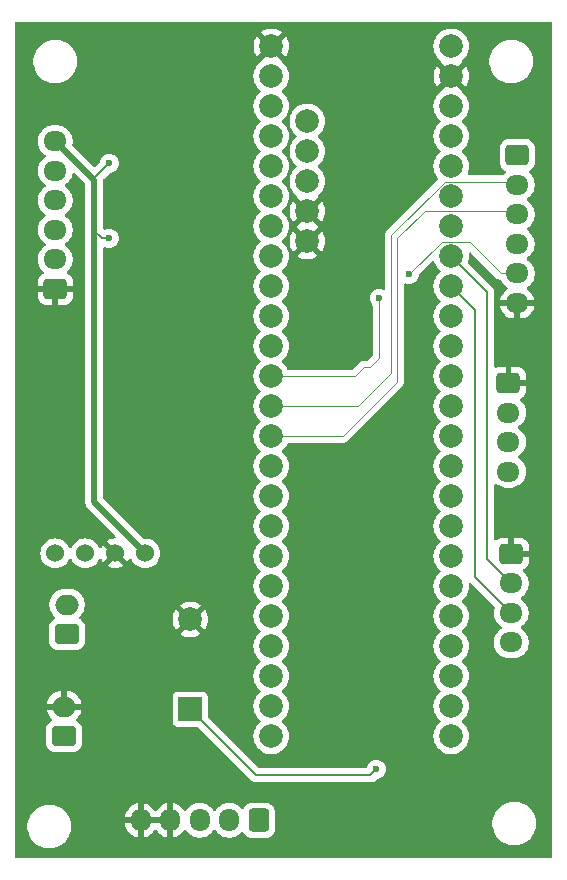
<source format=gbr>
%TF.GenerationSoftware,KiCad,Pcbnew,8.0.2-1*%
%TF.CreationDate,2024-10-23T15:46:43-04:00*%
%TF.ProjectId,Airbrake_ComputeBoard,41697262-7261-46b6-955f-436f6d707574,rev?*%
%TF.SameCoordinates,Original*%
%TF.FileFunction,Copper,L2,Bot*%
%TF.FilePolarity,Positive*%
%FSLAX46Y46*%
G04 Gerber Fmt 4.6, Leading zero omitted, Abs format (unit mm)*
G04 Created by KiCad (PCBNEW 8.0.2-1) date 2024-10-23 15:46:43*
%MOMM*%
%LPD*%
G01*
G04 APERTURE LIST*
G04 Aperture macros list*
%AMRoundRect*
0 Rectangle with rounded corners*
0 $1 Rounding radius*
0 $2 $3 $4 $5 $6 $7 $8 $9 X,Y pos of 4 corners*
0 Add a 4 corners polygon primitive as box body*
4,1,4,$2,$3,$4,$5,$6,$7,$8,$9,$2,$3,0*
0 Add four circle primitives for the rounded corners*
1,1,$1+$1,$2,$3*
1,1,$1+$1,$4,$5*
1,1,$1+$1,$6,$7*
1,1,$1+$1,$8,$9*
0 Add four rect primitives between the rounded corners*
20,1,$1+$1,$2,$3,$4,$5,0*
20,1,$1+$1,$4,$5,$6,$7,0*
20,1,$1+$1,$6,$7,$8,$9,0*
20,1,$1+$1,$8,$9,$2,$3,0*%
G04 Aperture macros list end*
%TA.AperFunction,ComponentPad*%
%ADD10RoundRect,0.250000X0.600000X0.725000X-0.600000X0.725000X-0.600000X-0.725000X0.600000X-0.725000X0*%
%TD*%
%TA.AperFunction,ComponentPad*%
%ADD11O,1.700000X1.950000*%
%TD*%
%TA.AperFunction,ComponentPad*%
%ADD12C,2.000000*%
%TD*%
%TA.AperFunction,ComponentPad*%
%ADD13R,2.000000X2.000000*%
%TD*%
%TA.AperFunction,ComponentPad*%
%ADD14C,1.524000*%
%TD*%
%TA.AperFunction,ComponentPad*%
%ADD15RoundRect,0.250000X-0.725000X0.600000X-0.725000X-0.600000X0.725000X-0.600000X0.725000X0.600000X0*%
%TD*%
%TA.AperFunction,ComponentPad*%
%ADD16O,1.950000X1.700000*%
%TD*%
%TA.AperFunction,ComponentPad*%
%ADD17RoundRect,0.250000X0.750000X-0.600000X0.750000X0.600000X-0.750000X0.600000X-0.750000X-0.600000X0*%
%TD*%
%TA.AperFunction,ComponentPad*%
%ADD18O,2.000000X1.700000*%
%TD*%
%TA.AperFunction,ComponentPad*%
%ADD19RoundRect,0.250000X0.725000X-0.600000X0.725000X0.600000X-0.725000X0.600000X-0.725000X-0.600000X0*%
%TD*%
%TA.AperFunction,ViaPad*%
%ADD20C,0.600000*%
%TD*%
%TA.AperFunction,Conductor*%
%ADD21C,0.500000*%
%TD*%
%TA.AperFunction,Conductor*%
%ADD22C,0.200000*%
%TD*%
%TA.AperFunction,Conductor*%
%ADD23C,0.100000*%
%TD*%
G04 APERTURE END LIST*
D10*
%TO.P,BlueRaven1,1,Pin_1*%
%TO.N,/usb_5v*%
X156170000Y-131826000D03*
D11*
%TO.P,BlueRaven1,2,Pin_2*%
%TO.N,/D-*%
X153670000Y-131826000D03*
%TO.P,BlueRaven1,3,Pin_3*%
%TO.N,/D+*%
X151170000Y-131826000D03*
%TO.P,BlueRaven1,4,Pin_4*%
%TO.N,GND*%
X148670000Y-131826000D03*
%TO.P,BlueRaven1,5,Pin_5*%
X146170000Y-131826000D03*
%TD*%
D12*
%TO.P,Teensy4.1,0,GND*%
%TO.N,GND*%
X157226000Y-66294000D03*
%TO.P,Teensy4.1,1,RX1*%
%TO.N,unconnected-(Teensy4.1-RX1-Pad1)*%
X157226000Y-68834000D03*
%TO.P,Teensy4.1,2,TX1*%
%TO.N,unconnected-(Teensy4.1-TX1-Pad2)*%
X157226000Y-71374000D03*
%TO.P,Teensy4.1,3,PWM*%
%TO.N,/SV*%
X157226000Y-73914000D03*
%TO.P,Teensy4.1,4,PWM*%
%TO.N,/BK*%
X157226000Y-76454000D03*
%TO.P,Teensy4.1,5,PWM*%
%TO.N,/Stop*%
X157226000Y-78994000D03*
%TO.P,Teensy4.1,6,PWM*%
%TO.N,/Dir*%
X157226000Y-81534000D03*
%TO.P,Teensy4.1,7,PWM*%
%TO.N,unconnected-(Teensy4.1-PWM-Pad7)*%
X157226000Y-84074000D03*
%TO.P,Teensy4.1,8,RX2*%
%TO.N,unconnected-(Teensy4.1-RX2-Pad8)*%
X157226000Y-86614000D03*
%TO.P,Teensy4.1,9,TX2*%
%TO.N,unconnected-(Teensy4.1-TX2-Pad9)*%
X157226000Y-89154000D03*
%TO.P,Teensy4.1,10,PWM*%
%TO.N,unconnected-(Teensy4.1-PWM-Pad10)*%
X157226000Y-91694000D03*
%TO.P,Teensy4.1,11,CS*%
%TO.N,/CS*%
X157226000Y-94234000D03*
%TO.P,Teensy4.1,12,MOSI*%
%TO.N,/MOSI*%
X157226000Y-96774000D03*
%TO.P,Teensy4.1,13,MISO*%
%TO.N,/MISO*%
X157226000Y-99314000D03*
%TO.P,Teensy4.1,14,3.3V*%
%TO.N,unconnected-(Teensy4.1-3.3V-Pad14)*%
X157226000Y-101854000D03*
%TO.P,Teensy4.1,15,SCL2*%
%TO.N,unconnected-(Teensy4.1-SCL2-Pad15)*%
X157226000Y-104394000D03*
%TO.P,Teensy4.1,16,SDA2*%
%TO.N,unconnected-(Teensy4.1-SDA2-Pad16)*%
X157226000Y-106934000D03*
%TO.P,Teensy4.1,17,MOSI1*%
%TO.N,unconnected-(Teensy4.1-MOSI1-Pad17)*%
X157226000Y-109474000D03*
%TO.P,Teensy4.1,18,SCK1*%
%TO.N,unconnected-(Teensy4.1-SCK1-Pad18)*%
X157226000Y-112014000D03*
%TO.P,Teensy4.1,19,RX7*%
%TO.N,unconnected-(Teensy4.1-RX7-Pad19)*%
X157226000Y-114554000D03*
%TO.P,Teensy4.1,20,TX7*%
%TO.N,unconnected-(Teensy4.1-TX7-Pad20)*%
X157226000Y-117094000D03*
%TO.P,Teensy4.1,21,GPIO*%
%TO.N,unconnected-(Teensy4.1-GPIO-Pad21)*%
X157226000Y-119634000D03*
%TO.P,Teensy4.1,22,GPIO*%
%TO.N,unconnected-(Teensy4.1-GPIO-Pad22)*%
X157226000Y-122174000D03*
%TO.P,Teensy4.1,23,GPIO*%
%TO.N,unconnected-(Teensy4.1-GPIO-Pad23)*%
X157226000Y-124714000D03*
%TO.P,Teensy4.1,24,PWM*%
%TO.N,unconnected-(Teensy4.1-PWM-Pad24)*%
X172466000Y-124714000D03*
%TO.P,Teensy4.1,25,RX8*%
%TO.N,unconnected-(Teensy4.1-RX8-Pad25)*%
X172466000Y-122174000D03*
%TO.P,Teensy4.1,26,TX8*%
%TO.N,unconnected-(Teensy4.1-TX8-Pad26)*%
X172466000Y-119634000D03*
%TO.P,Teensy4.1,27,PWM*%
%TO.N,/Encoder_A*%
X172466000Y-117094000D03*
%TO.P,Teensy4.1,28,PWM*%
%TO.N,/Encoder_B*%
X172466000Y-114554000D03*
%TO.P,Teensy4.1,29,CS1*%
%TO.N,unconnected-(Teensy4.1-CS1-Pad29)*%
X172466000Y-112014000D03*
%TO.P,Teensy4.1,30,MISO*%
%TO.N,unconnected-(Teensy4.1-MISO-Pad30)*%
X172466000Y-109474000D03*
%TO.P,Teensy4.1,31,A16*%
%TO.N,unconnected-(Teensy4.1-A16-Pad31)*%
X172466000Y-106934000D03*
%TO.P,Teensy4.1,32,A17*%
%TO.N,unconnected-(Teensy4.1-A17-Pad32)*%
X172466000Y-104394000D03*
%TO.P,Teensy4.1,33,GND*%
%TO.N,unconnected-(Teensy4.1-GND-Pad33)*%
X172466000Y-101854000D03*
%TO.P,Teensy4.1,34,SCK*%
%TO.N,/SCK*%
X172466000Y-99314000D03*
%TO.P,Teensy4.1,35,A0*%
%TO.N,unconnected-(Teensy4.1-A0-Pad35)*%
X172466000Y-96774000D03*
%TO.P,Teensy4.1,36,A1*%
%TO.N,unconnected-(Teensy4.1-A1-Pad36)*%
X172466000Y-94234000D03*
%TO.P,Teensy4.1,37,A2*%
%TO.N,unconnected-(Teensy4.1-A2-Pad37)*%
X172466000Y-91694000D03*
%TO.P,Teensy4.1,38,A3*%
%TO.N,unconnected-(Teensy4.1-A3-Pad38)*%
X172466000Y-89154000D03*
%TO.P,Teensy4.1,39,SDA*%
%TO.N,/SDA*%
X172466000Y-86614000D03*
%TO.P,Teensy4.1,40,SCL*%
%TO.N,/SCL*%
X172466000Y-84074000D03*
%TO.P,Teensy4.1,41,TX5*%
%TO.N,/BR-RX*%
X172466000Y-81534000D03*
%TO.P,Teensy4.1,42,RX5*%
%TO.N,/BR-TX*%
X172466000Y-78994000D03*
%TO.P,Teensy4.1,43,PWM*%
%TO.N,unconnected-(Teensy4.1-PWM-Pad43)*%
X172466000Y-76454000D03*
%TO.P,Teensy4.1,44,PWM*%
%TO.N,/buzzer*%
X172466000Y-73914000D03*
%TO.P,Teensy4.1,45,3.3V*%
%TO.N,+3.3V*%
X172466000Y-71374000D03*
%TO.P,Teensy4.1,46,GND*%
%TO.N,GND*%
X172466000Y-68834000D03*
%TO.P,Teensy4.1,47,Vin*%
%TO.N,+5V*%
X172466000Y-66294000D03*
%TO.P,Teensy4.1,48,usb_5v*%
%TO.N,/usb_5v*%
X160276000Y-72644000D03*
%TO.P,Teensy4.1,49,usb_D-*%
%TO.N,/D-*%
X160276000Y-75184000D03*
%TO.P,Teensy4.1,50,usb_D+*%
%TO.N,/D+*%
X160276000Y-77724000D03*
%TO.P,Teensy4.1,51,GND*%
%TO.N,GND*%
X160276000Y-80264000D03*
%TO.P,Teensy4.1,52,GND*%
X160276000Y-82804000D03*
%TD*%
D13*
%TO.P,BZ1,1,+*%
%TO.N,/buzzer*%
X150368000Y-122418000D03*
D12*
%TO.P,BZ1,2,-*%
%TO.N,GND*%
X150368000Y-114818000D03*
%TD*%
D14*
%TO.P,Buck_Converter1,0,EN*%
%TO.N,unconnected-(Buck_Converter1-EN-Pad0)*%
X138938000Y-109220000D03*
%TO.P,Buck_Converter1,1,VIN*%
%TO.N,Net-(Buck_Converter1-VIN)*%
X141478000Y-109220000D03*
%TO.P,Buck_Converter1,2,GND*%
%TO.N,GND*%
X144018000Y-109220000D03*
%TO.P,Buck_Converter1,3,VO*%
%TO.N,+5V*%
X146558000Y-109220000D03*
%TD*%
D15*
%TO.P,VN-100-1,1,Pin_1*%
%TO.N,+5V*%
X178054000Y-75518000D03*
D16*
%TO.P,VN-100-1,2,Pin_2*%
%TO.N,/MOSI*%
X178054000Y-78018000D03*
%TO.P,VN-100-1,3,Pin_3*%
%TO.N,/MISO*%
X178054000Y-80518000D03*
%TO.P,VN-100-1,4,Pin_4*%
%TO.N,/SCK*%
X178054000Y-83018000D03*
%TO.P,VN-100-1,5,Pin_5*%
%TO.N,/CS*%
X178054000Y-85518000D03*
%TO.P,VN-100-1,6,Pin_6*%
%TO.N,GND*%
X178054000Y-88018000D03*
%TD*%
D17*
%TO.P,PowerSwitch1,1,Pin_1*%
%TO.N,Net-(Buck_Converter1-VIN)*%
X139937000Y-116058000D03*
D18*
%TO.P,PowerSwitch1,2,Pin_2*%
%TO.N,Net-(Battery1-Pin_1)*%
X139937000Y-113558000D03*
%TD*%
D15*
%TO.P,SensorBoard1,1,Pin_1*%
%TO.N,GND*%
X177546000Y-109260000D03*
D16*
%TO.P,SensorBoard1,2,Pin_2*%
%TO.N,/SCL*%
X177546000Y-111760000D03*
%TO.P,SensorBoard1,3,Pin_3*%
%TO.N,/SDA*%
X177546000Y-114260000D03*
%TO.P,SensorBoard1,4,Pin_4*%
%TO.N,+3.3V*%
X177546000Y-116760000D03*
%TD*%
D19*
%TO.P,MotorDriver1,1,Pin_1*%
%TO.N,GND*%
X138938000Y-86828000D03*
D16*
%TO.P,MotorDriver1,2,Pin_2*%
%TO.N,Net-(MotorDriver1-Pin_2)*%
X138938000Y-84328000D03*
%TO.P,MotorDriver1,3,Pin_3*%
%TO.N,Net-(MotorDriver1-Pin_3)*%
X138938000Y-81828000D03*
%TO.P,MotorDriver1,4,Pin_4*%
%TO.N,Net-(MotorDriver1-Pin_4)*%
X138938000Y-79328000D03*
%TO.P,MotorDriver1,5,Pin_5*%
%TO.N,Net-(MotorDriver1-Pin_5)*%
X138938000Y-76828000D03*
%TO.P,MotorDriver1,6,Pin_6*%
%TO.N,+5V*%
X138938000Y-74328000D03*
%TD*%
D15*
%TO.P,MotorEncoder1,1,Pin_1*%
%TO.N,GND*%
X177309000Y-94802000D03*
D16*
%TO.P,MotorEncoder1,2,Pin_2*%
%TO.N,/Encoder_A*%
X177309000Y-97302000D03*
%TO.P,MotorEncoder1,3,Pin_3*%
%TO.N,+5V*%
X177309000Y-99802000D03*
%TO.P,MotorEncoder1,4,Pin_4*%
%TO.N,/Encoder_B*%
X177309000Y-102302000D03*
%TD*%
D17*
%TO.P,Battery1,1,Pin_1*%
%TO.N,Net-(Battery1-Pin_1)*%
X139683000Y-124694000D03*
D18*
%TO.P,Battery1,2,Pin_2*%
%TO.N,GND*%
X139683000Y-122194000D03*
%TD*%
D20*
%TO.N,+5V*%
X143510000Y-82550000D03*
X143510000Y-76200000D03*
%TO.N,GND*%
X153035000Y-87630000D03*
X153670000Y-81280000D03*
%TO.N,/CS*%
X168910000Y-85598000D03*
X166370000Y-87630000D03*
%TO.N,/buzzer*%
X166116000Y-127508000D03*
%TD*%
D21*
%TO.N,+5V*%
X146558000Y-109220000D02*
X142240000Y-104902000D01*
D22*
X142240000Y-77470000D02*
X142240000Y-77630000D01*
D21*
X142240000Y-81915000D02*
X142240000Y-77630000D01*
D22*
X143510000Y-82550000D02*
X142875000Y-82550000D01*
D21*
X142240000Y-77630000D02*
X138938000Y-74328000D01*
D22*
X142875000Y-82550000D02*
X142240000Y-81915000D01*
X143510000Y-76200000D02*
X142240000Y-77470000D01*
D21*
X142240000Y-104902000D02*
X142240000Y-81915000D01*
D22*
%TO.N,/SDA*%
X174498000Y-111212000D02*
X174498000Y-88646000D01*
X177546000Y-114260000D02*
X174498000Y-111212000D01*
X174498000Y-88646000D02*
X172466000Y-86614000D01*
%TO.N,/SCL*%
X175514000Y-109728000D02*
X175514000Y-87122000D01*
X175514000Y-87122000D02*
X172466000Y-84074000D01*
X177546000Y-111760000D02*
X175514000Y-109728000D01*
D23*
%TO.N,/MOSI*%
X167386000Y-82306233D02*
X171948233Y-77744000D01*
X177780000Y-77744000D02*
X178054000Y-78018000D01*
X157226000Y-96774000D02*
X164592000Y-96774000D01*
X164592000Y-96774000D02*
X167386000Y-93980000D01*
X167386000Y-93980000D02*
X167386000Y-82306233D01*
X171948233Y-77744000D02*
X177780000Y-77744000D01*
%TO.N,/CS*%
X166370000Y-92710000D02*
X165608000Y-93472000D01*
X166370000Y-87630000D02*
X166370000Y-92710000D01*
X176704000Y-85518000D02*
X174010000Y-82824000D01*
X165100000Y-93472000D02*
X164338000Y-94234000D01*
X171684000Y-82824000D02*
X168910000Y-85598000D01*
X178054000Y-85518000D02*
X176704000Y-85518000D01*
X165608000Y-93472000D02*
X165100000Y-93472000D01*
X164338000Y-94234000D02*
X157226000Y-94234000D01*
X174010000Y-82824000D02*
X171684000Y-82824000D01*
%TO.N,/MISO*%
X163322000Y-99314000D02*
X167894000Y-94742000D01*
X170200000Y-80244000D02*
X177780000Y-80244000D01*
X177780000Y-80244000D02*
X178054000Y-80518000D01*
X157226000Y-99314000D02*
X163322000Y-99314000D01*
X167894000Y-82550000D02*
X170200000Y-80244000D01*
X167894000Y-94742000D02*
X167894000Y-82550000D01*
D22*
%TO.N,/buzzer*%
X165608000Y-128016000D02*
X166116000Y-127508000D01*
X155966000Y-128016000D02*
X165608000Y-128016000D01*
X150368000Y-122418000D02*
X155966000Y-128016000D01*
%TD*%
%TA.AperFunction,Conductor*%
%TO.N,GND*%
G36*
X148227370Y-131642657D02*
G01*
X148195000Y-131763465D01*
X148195000Y-131888535D01*
X148227370Y-132009343D01*
X148265854Y-132076000D01*
X146574146Y-132076000D01*
X146612630Y-132009343D01*
X146645000Y-131888535D01*
X146645000Y-131763465D01*
X146612630Y-131642657D01*
X146574146Y-131576000D01*
X148265854Y-131576000D01*
X148227370Y-131642657D01*
G37*
%TD.AperFunction*%
%TA.AperFunction,Conductor*%
G36*
X180942539Y-64218185D02*
G01*
X180988294Y-64270989D01*
X180999500Y-64322500D01*
X180999500Y-134875500D01*
X180979815Y-134942539D01*
X180927011Y-134988294D01*
X180875500Y-134999500D01*
X135624500Y-134999500D01*
X135557461Y-134979815D01*
X135511706Y-134927011D01*
X135500500Y-134875500D01*
X135500500Y-132212711D01*
X136579500Y-132212711D01*
X136579500Y-132455288D01*
X136611161Y-132695785D01*
X136673947Y-132930104D01*
X136748584Y-133110293D01*
X136766776Y-133154212D01*
X136888064Y-133364289D01*
X136888066Y-133364292D01*
X136888067Y-133364293D01*
X137035733Y-133556736D01*
X137035739Y-133556743D01*
X137207256Y-133728260D01*
X137207263Y-133728266D01*
X137320321Y-133815018D01*
X137399711Y-133875936D01*
X137609788Y-133997224D01*
X137833900Y-134090054D01*
X138068211Y-134152838D01*
X138248586Y-134176584D01*
X138308711Y-134184500D01*
X138308712Y-134184500D01*
X138551289Y-134184500D01*
X138599388Y-134178167D01*
X138791789Y-134152838D01*
X139026100Y-134090054D01*
X139250212Y-133997224D01*
X139460289Y-133875936D01*
X139652738Y-133728265D01*
X139824265Y-133556738D01*
X139971936Y-133364289D01*
X140093224Y-133154212D01*
X140186054Y-132930100D01*
X140248838Y-132695789D01*
X140280500Y-132455288D01*
X140280500Y-132212712D01*
X140248838Y-131972211D01*
X140186054Y-131737900D01*
X140118993Y-131576000D01*
X144822970Y-131576000D01*
X145765854Y-131576000D01*
X145727370Y-131642657D01*
X145695000Y-131763465D01*
X145695000Y-131888535D01*
X145727370Y-132009343D01*
X145765854Y-132076000D01*
X144822970Y-132076000D01*
X144853242Y-132267127D01*
X144853242Y-132267130D01*
X144918904Y-132469217D01*
X145015379Y-132658557D01*
X145140272Y-132830459D01*
X145140276Y-132830464D01*
X145290535Y-132980723D01*
X145290540Y-132980727D01*
X145462442Y-133105620D01*
X145651782Y-133202095D01*
X145853871Y-133267757D01*
X145920000Y-133278231D01*
X145920000Y-132230145D01*
X145986657Y-132268630D01*
X146107465Y-132301000D01*
X146232535Y-132301000D01*
X146353343Y-132268630D01*
X146420000Y-132230145D01*
X146420000Y-133278230D01*
X146486126Y-133267757D01*
X146486129Y-133267757D01*
X146688217Y-133202095D01*
X146877557Y-133105620D01*
X147049459Y-132980727D01*
X147049464Y-132980723D01*
X147199727Y-132830460D01*
X147319682Y-132665355D01*
X147375011Y-132622689D01*
X147444625Y-132616710D01*
X147506420Y-132649315D01*
X147520318Y-132665355D01*
X147640272Y-132830460D01*
X147790535Y-132980723D01*
X147790540Y-132980727D01*
X147962442Y-133105620D01*
X148151782Y-133202095D01*
X148353871Y-133267757D01*
X148420000Y-133278231D01*
X148420000Y-132230145D01*
X148486657Y-132268630D01*
X148607465Y-132301000D01*
X148732535Y-132301000D01*
X148853343Y-132268630D01*
X148920000Y-132230145D01*
X148920000Y-133278230D01*
X148986126Y-133267757D01*
X148986129Y-133267757D01*
X149188217Y-133202095D01*
X149377557Y-133105620D01*
X149549459Y-132980727D01*
X149549464Y-132980723D01*
X149699721Y-132830466D01*
X149819371Y-132665781D01*
X149874701Y-132623115D01*
X149944314Y-132617136D01*
X150006110Y-132649741D01*
X150020008Y-132665781D01*
X150139890Y-132830785D01*
X150139894Y-132830790D01*
X150290213Y-132981109D01*
X150462179Y-133106048D01*
X150462181Y-133106049D01*
X150462184Y-133106051D01*
X150651588Y-133202557D01*
X150853757Y-133268246D01*
X151063713Y-133301500D01*
X151063714Y-133301500D01*
X151276286Y-133301500D01*
X151276287Y-133301500D01*
X151486243Y-133268246D01*
X151688412Y-133202557D01*
X151877816Y-133106051D01*
X151899789Y-133090086D01*
X152049786Y-132981109D01*
X152049788Y-132981106D01*
X152049792Y-132981104D01*
X152200104Y-132830792D01*
X152319683Y-132666204D01*
X152375011Y-132623540D01*
X152444624Y-132617561D01*
X152506420Y-132650166D01*
X152520313Y-132666199D01*
X152623925Y-132808809D01*
X152639896Y-132830792D01*
X152790213Y-132981109D01*
X152962179Y-133106048D01*
X152962181Y-133106049D01*
X152962184Y-133106051D01*
X153151588Y-133202557D01*
X153353757Y-133268246D01*
X153563713Y-133301500D01*
X153563714Y-133301500D01*
X153776286Y-133301500D01*
X153776287Y-133301500D01*
X153986243Y-133268246D01*
X154188412Y-133202557D01*
X154377816Y-133106051D01*
X154549792Y-132981104D01*
X154688604Y-132842291D01*
X154749923Y-132808809D01*
X154819615Y-132813793D01*
X154875549Y-132855664D01*
X154881821Y-132864878D01*
X154885185Y-132870333D01*
X154885186Y-132870334D01*
X154977288Y-133019656D01*
X155101344Y-133143712D01*
X155250666Y-133235814D01*
X155417203Y-133290999D01*
X155519991Y-133301500D01*
X156820008Y-133301499D01*
X156922797Y-133290999D01*
X157089334Y-133235814D01*
X157238656Y-133143712D01*
X157362712Y-133019656D01*
X157454814Y-132870334D01*
X157509999Y-132703797D01*
X157520500Y-132601009D01*
X157520500Y-131958711D01*
X175949500Y-131958711D01*
X175949500Y-132201288D01*
X175981161Y-132441785D01*
X176043947Y-132676104D01*
X176122140Y-132864878D01*
X176136776Y-132900212D01*
X176258064Y-133110289D01*
X176258066Y-133110292D01*
X176258067Y-133110293D01*
X176405733Y-133302736D01*
X176405739Y-133302743D01*
X176577256Y-133474260D01*
X176577262Y-133474265D01*
X176769711Y-133621936D01*
X176979788Y-133743224D01*
X177203900Y-133836054D01*
X177438211Y-133898838D01*
X177618586Y-133922584D01*
X177678711Y-133930500D01*
X177678712Y-133930500D01*
X177921289Y-133930500D01*
X177969388Y-133924167D01*
X178161789Y-133898838D01*
X178396100Y-133836054D01*
X178620212Y-133743224D01*
X178830289Y-133621936D01*
X179022738Y-133474265D01*
X179194265Y-133302738D01*
X179341936Y-133110289D01*
X179463224Y-132900212D01*
X179556054Y-132676100D01*
X179618838Y-132441789D01*
X179650500Y-132201288D01*
X179650500Y-131958712D01*
X179618838Y-131718211D01*
X179556054Y-131483900D01*
X179463224Y-131259788D01*
X179341936Y-131049711D01*
X179194265Y-130857262D01*
X179194260Y-130857256D01*
X179022743Y-130685739D01*
X179022736Y-130685733D01*
X178830293Y-130538067D01*
X178830292Y-130538066D01*
X178830289Y-130538064D01*
X178620212Y-130416776D01*
X178618785Y-130416185D01*
X178396104Y-130323947D01*
X178161785Y-130261161D01*
X177921289Y-130229500D01*
X177921288Y-130229500D01*
X177678712Y-130229500D01*
X177678711Y-130229500D01*
X177438214Y-130261161D01*
X177203895Y-130323947D01*
X176979794Y-130416773D01*
X176979785Y-130416777D01*
X176769706Y-130538067D01*
X176577263Y-130685733D01*
X176577256Y-130685739D01*
X176405739Y-130857256D01*
X176405733Y-130857263D01*
X176258067Y-131049706D01*
X176258064Y-131049710D01*
X176258064Y-131049711D01*
X176257321Y-131050998D01*
X176136777Y-131259785D01*
X176136773Y-131259794D01*
X176043947Y-131483895D01*
X175981161Y-131718214D01*
X175949500Y-131958711D01*
X157520500Y-131958711D01*
X157520499Y-131050992D01*
X157518851Y-131034863D01*
X157509999Y-130948203D01*
X157509998Y-130948200D01*
X157472104Y-130833845D01*
X157454814Y-130781666D01*
X157362712Y-130632344D01*
X157238656Y-130508288D01*
X157143253Y-130449443D01*
X157089336Y-130416187D01*
X157089331Y-130416185D01*
X157087862Y-130415698D01*
X156922797Y-130361001D01*
X156922795Y-130361000D01*
X156820010Y-130350500D01*
X155519998Y-130350500D01*
X155519981Y-130350501D01*
X155417203Y-130361000D01*
X155417200Y-130361001D01*
X155250668Y-130416185D01*
X155250663Y-130416187D01*
X155101342Y-130508289D01*
X154977289Y-130632342D01*
X154881821Y-130787121D01*
X154829873Y-130833845D01*
X154760910Y-130845068D01*
X154696828Y-130817224D01*
X154688601Y-130809705D01*
X154549786Y-130670890D01*
X154377820Y-130545951D01*
X154188414Y-130449444D01*
X154188413Y-130449443D01*
X154188412Y-130449443D01*
X153986243Y-130383754D01*
X153986241Y-130383753D01*
X153986240Y-130383753D01*
X153824957Y-130358208D01*
X153776287Y-130350500D01*
X153563713Y-130350500D01*
X153515042Y-130358208D01*
X153353760Y-130383753D01*
X153151585Y-130449444D01*
X152962179Y-130545951D01*
X152790213Y-130670890D01*
X152639894Y-130821209D01*
X152639890Y-130821214D01*
X152520318Y-130985793D01*
X152464989Y-131028459D01*
X152395375Y-131034438D01*
X152333580Y-131001833D01*
X152319682Y-130985793D01*
X152200109Y-130821214D01*
X152200105Y-130821209D01*
X152049786Y-130670890D01*
X151877820Y-130545951D01*
X151688414Y-130449444D01*
X151688413Y-130449443D01*
X151688412Y-130449443D01*
X151486243Y-130383754D01*
X151486241Y-130383753D01*
X151486240Y-130383753D01*
X151324957Y-130358208D01*
X151276287Y-130350500D01*
X151063713Y-130350500D01*
X151015042Y-130358208D01*
X150853760Y-130383753D01*
X150651585Y-130449444D01*
X150462179Y-130545951D01*
X150290213Y-130670890D01*
X150139894Y-130821209D01*
X150139890Y-130821214D01*
X150020008Y-130986218D01*
X149964678Y-131028884D01*
X149895065Y-131034863D01*
X149833270Y-131002257D01*
X149819372Y-130986218D01*
X149699727Y-130821540D01*
X149699723Y-130821535D01*
X149549464Y-130671276D01*
X149549459Y-130671272D01*
X149377557Y-130546379D01*
X149188215Y-130449903D01*
X148986124Y-130384241D01*
X148920000Y-130373768D01*
X148920000Y-131421854D01*
X148853343Y-131383370D01*
X148732535Y-131351000D01*
X148607465Y-131351000D01*
X148486657Y-131383370D01*
X148420000Y-131421854D01*
X148420000Y-130373768D01*
X148419999Y-130373768D01*
X148353875Y-130384241D01*
X148151784Y-130449903D01*
X147962442Y-130546379D01*
X147790540Y-130671272D01*
X147790535Y-130671276D01*
X147640276Y-130821535D01*
X147640272Y-130821540D01*
X147520318Y-130986644D01*
X147464988Y-131029310D01*
X147395375Y-131035289D01*
X147333580Y-131002684D01*
X147319682Y-130986644D01*
X147199727Y-130821540D01*
X147199723Y-130821535D01*
X147049464Y-130671276D01*
X147049459Y-130671272D01*
X146877557Y-130546379D01*
X146688215Y-130449903D01*
X146486124Y-130384241D01*
X146420000Y-130373768D01*
X146420000Y-131421854D01*
X146353343Y-131383370D01*
X146232535Y-131351000D01*
X146107465Y-131351000D01*
X145986657Y-131383370D01*
X145920000Y-131421854D01*
X145920000Y-130373768D01*
X145919999Y-130373768D01*
X145853875Y-130384241D01*
X145651784Y-130449903D01*
X145462442Y-130546379D01*
X145290540Y-130671272D01*
X145290535Y-130671276D01*
X145140276Y-130821535D01*
X145140272Y-130821540D01*
X145015379Y-130993442D01*
X144918904Y-131182782D01*
X144853242Y-131384869D01*
X144853242Y-131384872D01*
X144822970Y-131576000D01*
X140118993Y-131576000D01*
X140093224Y-131513788D01*
X139971936Y-131303711D01*
X139824265Y-131111262D01*
X139824260Y-131111256D01*
X139652743Y-130939739D01*
X139652736Y-130939733D01*
X139460293Y-130792067D01*
X139460292Y-130792066D01*
X139460289Y-130792064D01*
X139250420Y-130670896D01*
X139250214Y-130670777D01*
X139250205Y-130670773D01*
X139026104Y-130577947D01*
X138791785Y-130515161D01*
X138551289Y-130483500D01*
X138551288Y-130483500D01*
X138308712Y-130483500D01*
X138308711Y-130483500D01*
X138068214Y-130515161D01*
X137833895Y-130577947D01*
X137609794Y-130670773D01*
X137609785Y-130670777D01*
X137399706Y-130792067D01*
X137207263Y-130939733D01*
X137207256Y-130939739D01*
X137035739Y-131111256D01*
X137035733Y-131111263D01*
X136888067Y-131303706D01*
X136766777Y-131513785D01*
X136766773Y-131513794D01*
X136673947Y-131737895D01*
X136611161Y-131972214D01*
X136579500Y-132212711D01*
X135500500Y-132212711D01*
X135500500Y-124043983D01*
X138182500Y-124043983D01*
X138182500Y-125344001D01*
X138182501Y-125344018D01*
X138193000Y-125446796D01*
X138193001Y-125446799D01*
X138248185Y-125613331D01*
X138248186Y-125613334D01*
X138340288Y-125762656D01*
X138464344Y-125886712D01*
X138613666Y-125978814D01*
X138780203Y-126033999D01*
X138882991Y-126044500D01*
X140483008Y-126044499D01*
X140585797Y-126033999D01*
X140752334Y-125978814D01*
X140901656Y-125886712D01*
X141025712Y-125762656D01*
X141117814Y-125613334D01*
X141172999Y-125446797D01*
X141183500Y-125344009D01*
X141183499Y-124043992D01*
X141172999Y-123941203D01*
X141117814Y-123774666D01*
X141025712Y-123625344D01*
X140901656Y-123501288D01*
X140752334Y-123409186D01*
X140752332Y-123409185D01*
X140746440Y-123405551D01*
X140699716Y-123353603D01*
X140688493Y-123284641D01*
X140716337Y-123220558D01*
X140723856Y-123212330D01*
X140862728Y-123073458D01*
X140987620Y-122901557D01*
X141084095Y-122712217D01*
X141149757Y-122510129D01*
X141149757Y-122510126D01*
X141160231Y-122444000D01*
X140116012Y-122444000D01*
X140148925Y-122386993D01*
X140183000Y-122259826D01*
X140183000Y-122128174D01*
X140148925Y-122001007D01*
X140116012Y-121944000D01*
X141160231Y-121944000D01*
X141149757Y-121877873D01*
X141149757Y-121877870D01*
X141084095Y-121675782D01*
X140987620Y-121486442D01*
X140903119Y-121370135D01*
X148867500Y-121370135D01*
X148867500Y-123465870D01*
X148867501Y-123465876D01*
X148873908Y-123525483D01*
X148924202Y-123660328D01*
X148924206Y-123660335D01*
X149010452Y-123775544D01*
X149010455Y-123775547D01*
X149125664Y-123861793D01*
X149125671Y-123861797D01*
X149260517Y-123912091D01*
X149260516Y-123912091D01*
X149267444Y-123912835D01*
X149320127Y-123918500D01*
X150967901Y-123918499D01*
X151034940Y-123938184D01*
X151055582Y-123954818D01*
X155597284Y-128496520D01*
X155597286Y-128496521D01*
X155597290Y-128496524D01*
X155734209Y-128575573D01*
X155734216Y-128575577D01*
X155886943Y-128616501D01*
X155886945Y-128616501D01*
X156052654Y-128616501D01*
X156052670Y-128616500D01*
X165521331Y-128616500D01*
X165521347Y-128616501D01*
X165528943Y-128616501D01*
X165687054Y-128616501D01*
X165687057Y-128616501D01*
X165839785Y-128575577D01*
X165889904Y-128546639D01*
X165976716Y-128496520D01*
X166088520Y-128384716D01*
X166088520Y-128384714D01*
X166098728Y-128374507D01*
X166098730Y-128374504D01*
X166134535Y-128338698D01*
X166195856Y-128305215D01*
X166208311Y-128303163D01*
X166295255Y-128293368D01*
X166465522Y-128233789D01*
X166618262Y-128137816D01*
X166745816Y-128010262D01*
X166841789Y-127857522D01*
X166901368Y-127687255D01*
X166921565Y-127508000D01*
X166901368Y-127328745D01*
X166841789Y-127158478D01*
X166745816Y-127005738D01*
X166618262Y-126878184D01*
X166465523Y-126782211D01*
X166295254Y-126722631D01*
X166295249Y-126722630D01*
X166116004Y-126702435D01*
X166115996Y-126702435D01*
X165936750Y-126722630D01*
X165936745Y-126722631D01*
X165766476Y-126782211D01*
X165613737Y-126878184D01*
X165486184Y-127005737D01*
X165390210Y-127158478D01*
X165357039Y-127253275D01*
X165330632Y-127328745D01*
X165330631Y-127328748D01*
X165329335Y-127332454D01*
X165288613Y-127389230D01*
X165223661Y-127414978D01*
X165212293Y-127415500D01*
X156266098Y-127415500D01*
X156199059Y-127395815D01*
X156178417Y-127379181D01*
X151904818Y-123105582D01*
X151871333Y-123044259D01*
X151868499Y-123017901D01*
X151868499Y-121370129D01*
X151868498Y-121370123D01*
X151868497Y-121370116D01*
X151863299Y-121321757D01*
X151862091Y-121310516D01*
X151811797Y-121175671D01*
X151811793Y-121175664D01*
X151725547Y-121060455D01*
X151725544Y-121060452D01*
X151610335Y-120974206D01*
X151610328Y-120974202D01*
X151475482Y-120923908D01*
X151475483Y-120923908D01*
X151415883Y-120917501D01*
X151415881Y-120917500D01*
X151415873Y-120917500D01*
X151415864Y-120917500D01*
X149320129Y-120917500D01*
X149320123Y-120917501D01*
X149260516Y-120923908D01*
X149125671Y-120974202D01*
X149125664Y-120974206D01*
X149010455Y-121060452D01*
X149010452Y-121060455D01*
X148924206Y-121175664D01*
X148924202Y-121175671D01*
X148873908Y-121310517D01*
X148873476Y-121314540D01*
X148867501Y-121370123D01*
X148867500Y-121370135D01*
X140903119Y-121370135D01*
X140862727Y-121314540D01*
X140862723Y-121314535D01*
X140712464Y-121164276D01*
X140712459Y-121164272D01*
X140540557Y-121039379D01*
X140351217Y-120942904D01*
X140149129Y-120877242D01*
X139939246Y-120844000D01*
X139933000Y-120844000D01*
X139933000Y-121760988D01*
X139875993Y-121728075D01*
X139748826Y-121694000D01*
X139617174Y-121694000D01*
X139490007Y-121728075D01*
X139433000Y-121760988D01*
X139433000Y-120844000D01*
X139426754Y-120844000D01*
X139216872Y-120877242D01*
X139216869Y-120877242D01*
X139014782Y-120942904D01*
X138825442Y-121039379D01*
X138653540Y-121164272D01*
X138653535Y-121164276D01*
X138503276Y-121314535D01*
X138503272Y-121314540D01*
X138378379Y-121486442D01*
X138281904Y-121675782D01*
X138216242Y-121877870D01*
X138216242Y-121877873D01*
X138205769Y-121944000D01*
X139249988Y-121944000D01*
X139217075Y-122001007D01*
X139183000Y-122128174D01*
X139183000Y-122259826D01*
X139217075Y-122386993D01*
X139249988Y-122444000D01*
X138205769Y-122444000D01*
X138216242Y-122510126D01*
X138216242Y-122510129D01*
X138281904Y-122712217D01*
X138378379Y-122901557D01*
X138503272Y-123073459D01*
X138503276Y-123073464D01*
X138642143Y-123212331D01*
X138675628Y-123273654D01*
X138670644Y-123343346D01*
X138628772Y-123399279D01*
X138619559Y-123405551D01*
X138464342Y-123501289D01*
X138340289Y-123625342D01*
X138248187Y-123774663D01*
X138248186Y-123774666D01*
X138193001Y-123941203D01*
X138193001Y-123941204D01*
X138193000Y-123941204D01*
X138182500Y-124043983D01*
X135500500Y-124043983D01*
X135500500Y-113451713D01*
X138436500Y-113451713D01*
X138436500Y-113664287D01*
X138469754Y-113874243D01*
X138531773Y-114065118D01*
X138535444Y-114076414D01*
X138631951Y-114265820D01*
X138756890Y-114437786D01*
X138895705Y-114576601D01*
X138929190Y-114637924D01*
X138924206Y-114707616D01*
X138882334Y-114763549D01*
X138873121Y-114769821D01*
X138718342Y-114865289D01*
X138594289Y-114989342D01*
X138502187Y-115138663D01*
X138502186Y-115138666D01*
X138447001Y-115305203D01*
X138447001Y-115305204D01*
X138447000Y-115305204D01*
X138436500Y-115407983D01*
X138436500Y-116708001D01*
X138436501Y-116708018D01*
X138447000Y-116810796D01*
X138447001Y-116810799D01*
X138502185Y-116977331D01*
X138502186Y-116977334D01*
X138594288Y-117126656D01*
X138718344Y-117250712D01*
X138867666Y-117342814D01*
X139034203Y-117397999D01*
X139136991Y-117408500D01*
X140737008Y-117408499D01*
X140839797Y-117397999D01*
X141006334Y-117342814D01*
X141155656Y-117250712D01*
X141279712Y-117126656D01*
X141371814Y-116977334D01*
X141426999Y-116810797D01*
X141437500Y-116708009D01*
X141437499Y-115407992D01*
X141426999Y-115305203D01*
X141371814Y-115138666D01*
X141279712Y-114989344D01*
X141155656Y-114865288D01*
X141078980Y-114817994D01*
X148862859Y-114817994D01*
X148862859Y-114818005D01*
X148883385Y-115065729D01*
X148883387Y-115065738D01*
X148944412Y-115306717D01*
X149044266Y-115534364D01*
X149144564Y-115687882D01*
X149885037Y-114947409D01*
X149902075Y-115010993D01*
X149967901Y-115125007D01*
X150060993Y-115218099D01*
X150175007Y-115283925D01*
X150238590Y-115300962D01*
X149497942Y-116041609D01*
X149544768Y-116078055D01*
X149544770Y-116078056D01*
X149763385Y-116196364D01*
X149763396Y-116196369D01*
X149998506Y-116277083D01*
X150243707Y-116318000D01*
X150492293Y-116318000D01*
X150737493Y-116277083D01*
X150972603Y-116196369D01*
X150972614Y-116196364D01*
X151191228Y-116078057D01*
X151191231Y-116078055D01*
X151238056Y-116041609D01*
X150497409Y-115300962D01*
X150560993Y-115283925D01*
X150675007Y-115218099D01*
X150768099Y-115125007D01*
X150833925Y-115010993D01*
X150850962Y-114947410D01*
X151591434Y-115687882D01*
X151691731Y-115534369D01*
X151791587Y-115306717D01*
X151852612Y-115065738D01*
X151852614Y-115065729D01*
X151873141Y-114818005D01*
X151873141Y-114817994D01*
X151852614Y-114570270D01*
X151852612Y-114570261D01*
X151791587Y-114329282D01*
X151691731Y-114101630D01*
X151591434Y-113948116D01*
X150850962Y-114688589D01*
X150833925Y-114625007D01*
X150768099Y-114510993D01*
X150675007Y-114417901D01*
X150560993Y-114352075D01*
X150497410Y-114335037D01*
X151238057Y-113594390D01*
X151238056Y-113594389D01*
X151191229Y-113557943D01*
X150972614Y-113439635D01*
X150972603Y-113439630D01*
X150737493Y-113358916D01*
X150492293Y-113318000D01*
X150243707Y-113318000D01*
X149998506Y-113358916D01*
X149763396Y-113439630D01*
X149763390Y-113439632D01*
X149544761Y-113557949D01*
X149497942Y-113594388D01*
X149497942Y-113594390D01*
X150238590Y-114335037D01*
X150175007Y-114352075D01*
X150060993Y-114417901D01*
X149967901Y-114510993D01*
X149902075Y-114625007D01*
X149885037Y-114688589D01*
X149144564Y-113948116D01*
X149044267Y-114101632D01*
X148944412Y-114329282D01*
X148883387Y-114570261D01*
X148883385Y-114570270D01*
X148862859Y-114817994D01*
X141078980Y-114817994D01*
X141006334Y-114773186D01*
X141006333Y-114773185D01*
X141000878Y-114769821D01*
X140954154Y-114717873D01*
X140942931Y-114648910D01*
X140970775Y-114584828D01*
X140978272Y-114576623D01*
X141117104Y-114437792D01*
X141242051Y-114265816D01*
X141338557Y-114076412D01*
X141404246Y-113874243D01*
X141437500Y-113664287D01*
X141437500Y-113451713D01*
X141404246Y-113241757D01*
X141338557Y-113039588D01*
X141242051Y-112850184D01*
X141242049Y-112850181D01*
X141242048Y-112850179D01*
X141117109Y-112678213D01*
X140966786Y-112527890D01*
X140794820Y-112402951D01*
X140605414Y-112306444D01*
X140605413Y-112306443D01*
X140605412Y-112306443D01*
X140403243Y-112240754D01*
X140403241Y-112240753D01*
X140403240Y-112240753D01*
X140241957Y-112215208D01*
X140193287Y-112207500D01*
X139680713Y-112207500D01*
X139632042Y-112215208D01*
X139470760Y-112240753D01*
X139268585Y-112306444D01*
X139079179Y-112402951D01*
X138907213Y-112527890D01*
X138756890Y-112678213D01*
X138631951Y-112850179D01*
X138535444Y-113039585D01*
X138469753Y-113241760D01*
X138438414Y-113439630D01*
X138436500Y-113451713D01*
X135500500Y-113451713D01*
X135500500Y-74221713D01*
X137462500Y-74221713D01*
X137462500Y-74434287D01*
X137464885Y-74449344D01*
X137488535Y-74598668D01*
X137495754Y-74644243D01*
X137535056Y-74765203D01*
X137561444Y-74846414D01*
X137657951Y-75035820D01*
X137782890Y-75207786D01*
X137933209Y-75358105D01*
X137933214Y-75358109D01*
X138097793Y-75477682D01*
X138140459Y-75533011D01*
X138146438Y-75602625D01*
X138113833Y-75664420D01*
X138097793Y-75678318D01*
X137933214Y-75797890D01*
X137933209Y-75797894D01*
X137782890Y-75948213D01*
X137657951Y-76120179D01*
X137561444Y-76309585D01*
X137495753Y-76511760D01*
X137489772Y-76549523D01*
X137462500Y-76721713D01*
X137462500Y-76934287D01*
X137495754Y-77144243D01*
X137525281Y-77235118D01*
X137561444Y-77346414D01*
X137657951Y-77535820D01*
X137782890Y-77707786D01*
X137933209Y-77858105D01*
X137933214Y-77858109D01*
X138097793Y-77977682D01*
X138140459Y-78033011D01*
X138146438Y-78102625D01*
X138113833Y-78164420D01*
X138097793Y-78178318D01*
X137933214Y-78297890D01*
X137933209Y-78297894D01*
X137782890Y-78448213D01*
X137657951Y-78620179D01*
X137561444Y-78809585D01*
X137495753Y-79011760D01*
X137471058Y-79167681D01*
X137462500Y-79221713D01*
X137462500Y-79434287D01*
X137495754Y-79644243D01*
X137538331Y-79775282D01*
X137561444Y-79846414D01*
X137657951Y-80035820D01*
X137782890Y-80207786D01*
X137933209Y-80358105D01*
X137933214Y-80358109D01*
X138097793Y-80477682D01*
X138140459Y-80533011D01*
X138146438Y-80602625D01*
X138113833Y-80664420D01*
X138097793Y-80678318D01*
X137933214Y-80797890D01*
X137933209Y-80797894D01*
X137782890Y-80948213D01*
X137657951Y-81120179D01*
X137561444Y-81309585D01*
X137495753Y-81511760D01*
X137462500Y-81721713D01*
X137462500Y-81934286D01*
X137493791Y-82131853D01*
X137495754Y-82144243D01*
X137551328Y-82315282D01*
X137561444Y-82346414D01*
X137657951Y-82535820D01*
X137782890Y-82707786D01*
X137933209Y-82858105D01*
X137933214Y-82858109D01*
X138097793Y-82977682D01*
X138140459Y-83033011D01*
X138146438Y-83102625D01*
X138113833Y-83164420D01*
X138097793Y-83178318D01*
X137933214Y-83297890D01*
X137933209Y-83297894D01*
X137782890Y-83448213D01*
X137657951Y-83620179D01*
X137561444Y-83809585D01*
X137495753Y-84011760D01*
X137462500Y-84221713D01*
X137462500Y-84434286D01*
X137492329Y-84622622D01*
X137495754Y-84644243D01*
X137550467Y-84812632D01*
X137561444Y-84846414D01*
X137657951Y-85035820D01*
X137782890Y-85207786D01*
X137922068Y-85346964D01*
X137955553Y-85408287D01*
X137950569Y-85477979D01*
X137908697Y-85533912D01*
X137899484Y-85540183D01*
X137744659Y-85635680D01*
X137744655Y-85635683D01*
X137620684Y-85759654D01*
X137528643Y-85908875D01*
X137528641Y-85908880D01*
X137473494Y-86075302D01*
X137473493Y-86075309D01*
X137463000Y-86178013D01*
X137463000Y-86578000D01*
X138533854Y-86578000D01*
X138495370Y-86644657D01*
X138463000Y-86765465D01*
X138463000Y-86890535D01*
X138495370Y-87011343D01*
X138533854Y-87078000D01*
X137463001Y-87078000D01*
X137463001Y-87477986D01*
X137473494Y-87580697D01*
X137528641Y-87747119D01*
X137528643Y-87747124D01*
X137620684Y-87896345D01*
X137744654Y-88020315D01*
X137893875Y-88112356D01*
X137893880Y-88112358D01*
X138060302Y-88167505D01*
X138060309Y-88167506D01*
X138163019Y-88177999D01*
X138687999Y-88177999D01*
X138688000Y-88177998D01*
X138688000Y-87232145D01*
X138754657Y-87270630D01*
X138875465Y-87303000D01*
X139000535Y-87303000D01*
X139121343Y-87270630D01*
X139188000Y-87232145D01*
X139188000Y-88177999D01*
X139712972Y-88177999D01*
X139712986Y-88177998D01*
X139815697Y-88167505D01*
X139982119Y-88112358D01*
X139982124Y-88112356D01*
X140131345Y-88020315D01*
X140255315Y-87896345D01*
X140347356Y-87747124D01*
X140347358Y-87747119D01*
X140402505Y-87580697D01*
X140402506Y-87580690D01*
X140412999Y-87477986D01*
X140413000Y-87477973D01*
X140413000Y-87078000D01*
X139342146Y-87078000D01*
X139380630Y-87011343D01*
X139413000Y-86890535D01*
X139413000Y-86765465D01*
X139380630Y-86644657D01*
X139342146Y-86578000D01*
X140412999Y-86578000D01*
X140412999Y-86178028D01*
X140412998Y-86178013D01*
X140402505Y-86075302D01*
X140347358Y-85908880D01*
X140347356Y-85908875D01*
X140255315Y-85759654D01*
X140131345Y-85635684D01*
X139976515Y-85540184D01*
X139929791Y-85488236D01*
X139918568Y-85419273D01*
X139946412Y-85355191D01*
X139953909Y-85346986D01*
X140093104Y-85207792D01*
X140097487Y-85201760D01*
X140218048Y-85035820D01*
X140218047Y-85035820D01*
X140218051Y-85035816D01*
X140314557Y-84846412D01*
X140380246Y-84644243D01*
X140413500Y-84434287D01*
X140413500Y-84221713D01*
X140380246Y-84011757D01*
X140314557Y-83809588D01*
X140218051Y-83620184D01*
X140218049Y-83620181D01*
X140218048Y-83620179D01*
X140093109Y-83448213D01*
X139942792Y-83297896D01*
X139902104Y-83268335D01*
X139778204Y-83178316D01*
X139735540Y-83122989D01*
X139729561Y-83053376D01*
X139762166Y-82991580D01*
X139778199Y-82977686D01*
X139942792Y-82858104D01*
X140093104Y-82707792D01*
X140093106Y-82707788D01*
X140093109Y-82707786D01*
X140218048Y-82535820D01*
X140218047Y-82535820D01*
X140218051Y-82535816D01*
X140314557Y-82346412D01*
X140380246Y-82144243D01*
X140413500Y-81934287D01*
X140413500Y-81721713D01*
X140380246Y-81511757D01*
X140314557Y-81309588D01*
X140218051Y-81120184D01*
X140218049Y-81120181D01*
X140218048Y-81120179D01*
X140093109Y-80948213D01*
X139942792Y-80797896D01*
X139862065Y-80739245D01*
X139778204Y-80678316D01*
X139735540Y-80622989D01*
X139729561Y-80553376D01*
X139762166Y-80491580D01*
X139778199Y-80477686D01*
X139942792Y-80358104D01*
X140093104Y-80207792D01*
X140093106Y-80207788D01*
X140093109Y-80207786D01*
X140218048Y-80035820D01*
X140218047Y-80035820D01*
X140218051Y-80035816D01*
X140314557Y-79846412D01*
X140380246Y-79644243D01*
X140413500Y-79434287D01*
X140413500Y-79221713D01*
X140380246Y-79011757D01*
X140314557Y-78809588D01*
X140218051Y-78620184D01*
X140218049Y-78620181D01*
X140218048Y-78620179D01*
X140093109Y-78448213D01*
X139942792Y-78297896D01*
X139914572Y-78277393D01*
X139778204Y-78178316D01*
X139735540Y-78122989D01*
X139729561Y-78053376D01*
X139762166Y-77991580D01*
X139778199Y-77977686D01*
X139942792Y-77858104D01*
X140093104Y-77707792D01*
X140093106Y-77707788D01*
X140093109Y-77707786D01*
X140218048Y-77535820D01*
X140218047Y-77535820D01*
X140218051Y-77535816D01*
X140314557Y-77346412D01*
X140380246Y-77144243D01*
X140384921Y-77114722D01*
X140414849Y-77051591D01*
X140474161Y-77014659D01*
X140544023Y-77015657D01*
X140595075Y-77046442D01*
X141453181Y-77904548D01*
X141486666Y-77965871D01*
X141489500Y-77992229D01*
X141489500Y-81841082D01*
X141489500Y-104975918D01*
X141489500Y-104975920D01*
X141489499Y-104975920D01*
X141518340Y-105120907D01*
X141518343Y-105120917D01*
X141574914Y-105257492D01*
X141574915Y-105257494D01*
X141574916Y-105257495D01*
X141599989Y-105295020D01*
X141607812Y-105306727D01*
X141607813Y-105306730D01*
X141657046Y-105380414D01*
X141657052Y-105380421D01*
X142285847Y-106009215D01*
X143458456Y-107181824D01*
X144024738Y-107748105D01*
X144058223Y-107809428D01*
X144053239Y-107879120D01*
X144011367Y-107935053D01*
X143947865Y-107959314D01*
X143798023Y-107972424D01*
X143798013Y-107972426D01*
X143584729Y-108029575D01*
X143584720Y-108029579D01*
X143384590Y-108122901D01*
X143319811Y-108168258D01*
X143990553Y-108839000D01*
X143967840Y-108839000D01*
X143870939Y-108864964D01*
X143784060Y-108915124D01*
X143713124Y-108986060D01*
X143662964Y-109072939D01*
X143637000Y-109169840D01*
X143637000Y-109192553D01*
X142966258Y-108521811D01*
X142920901Y-108586590D01*
X142860658Y-108715781D01*
X142814485Y-108768220D01*
X142747292Y-108787372D01*
X142680411Y-108767156D01*
X142635894Y-108715781D01*
X142575534Y-108586340D01*
X142575533Y-108586338D01*
X142566180Y-108572981D01*
X142448826Y-108405380D01*
X142292620Y-108249174D01*
X142292616Y-108249171D01*
X142292615Y-108249170D01*
X142111666Y-108122468D01*
X142111662Y-108122466D01*
X142094980Y-108114687D01*
X141911450Y-108029106D01*
X141911447Y-108029105D01*
X141911445Y-108029104D01*
X141698070Y-107971930D01*
X141698062Y-107971929D01*
X141478002Y-107952677D01*
X141477998Y-107952677D01*
X141257937Y-107971929D01*
X141257929Y-107971930D01*
X141044554Y-108029104D01*
X141044548Y-108029107D01*
X140844340Y-108122465D01*
X140844338Y-108122466D01*
X140663377Y-108249175D01*
X140507175Y-108405377D01*
X140380466Y-108586338D01*
X140380465Y-108586340D01*
X140320382Y-108715189D01*
X140274209Y-108767628D01*
X140207016Y-108786780D01*
X140140135Y-108766564D01*
X140095618Y-108715189D01*
X140035534Y-108586340D01*
X140035533Y-108586338D01*
X140026180Y-108572981D01*
X139908826Y-108405380D01*
X139752620Y-108249174D01*
X139752616Y-108249171D01*
X139752615Y-108249170D01*
X139571666Y-108122468D01*
X139571662Y-108122466D01*
X139554980Y-108114687D01*
X139371450Y-108029106D01*
X139371447Y-108029105D01*
X139371445Y-108029104D01*
X139158070Y-107971930D01*
X139158062Y-107971929D01*
X138938002Y-107952677D01*
X138937998Y-107952677D01*
X138717937Y-107971929D01*
X138717929Y-107971930D01*
X138504554Y-108029104D01*
X138504548Y-108029107D01*
X138304340Y-108122465D01*
X138304338Y-108122466D01*
X138123377Y-108249175D01*
X137967175Y-108405377D01*
X137840466Y-108586338D01*
X137840465Y-108586340D01*
X137747107Y-108786548D01*
X137747104Y-108786554D01*
X137689930Y-108999929D01*
X137689929Y-108999937D01*
X137670677Y-109219997D01*
X137670677Y-109220002D01*
X137689929Y-109440062D01*
X137689930Y-109440070D01*
X137747104Y-109653445D01*
X137747105Y-109653447D01*
X137747106Y-109653450D01*
X137840346Y-109853405D01*
X137840466Y-109853662D01*
X137840468Y-109853666D01*
X137967170Y-110034615D01*
X137967175Y-110034621D01*
X138123378Y-110190824D01*
X138123384Y-110190829D01*
X138304333Y-110317531D01*
X138304335Y-110317532D01*
X138304338Y-110317534D01*
X138504550Y-110410894D01*
X138717932Y-110468070D01*
X138875123Y-110481822D01*
X138937998Y-110487323D01*
X138938000Y-110487323D01*
X138938002Y-110487323D01*
X138993017Y-110482509D01*
X139158068Y-110468070D01*
X139371450Y-110410894D01*
X139571662Y-110317534D01*
X139752620Y-110190826D01*
X139908826Y-110034620D01*
X140035534Y-109853662D01*
X140095618Y-109724811D01*
X140141790Y-109672371D01*
X140208983Y-109653219D01*
X140275865Y-109673435D01*
X140320382Y-109724811D01*
X140380464Y-109853658D01*
X140380468Y-109853666D01*
X140507170Y-110034615D01*
X140507175Y-110034621D01*
X140663378Y-110190824D01*
X140663384Y-110190829D01*
X140844333Y-110317531D01*
X140844335Y-110317532D01*
X140844338Y-110317534D01*
X141044550Y-110410894D01*
X141257932Y-110468070D01*
X141415123Y-110481822D01*
X141477998Y-110487323D01*
X141478000Y-110487323D01*
X141478002Y-110487323D01*
X141533017Y-110482509D01*
X141698068Y-110468070D01*
X141911450Y-110410894D01*
X142111662Y-110317534D01*
X142292620Y-110190826D01*
X142448826Y-110034620D01*
X142575534Y-109853662D01*
X142635894Y-109724218D01*
X142682066Y-109671779D01*
X142749259Y-109652627D01*
X142816141Y-109672843D01*
X142860658Y-109724219D01*
X142920898Y-109853405D01*
X142920901Y-109853411D01*
X142966258Y-109918187D01*
X142966259Y-109918188D01*
X143637000Y-109247447D01*
X143637000Y-109270160D01*
X143662964Y-109367061D01*
X143713124Y-109453940D01*
X143784060Y-109524876D01*
X143870939Y-109575036D01*
X143967840Y-109601000D01*
X143990553Y-109601000D01*
X143319810Y-110271740D01*
X143384590Y-110317099D01*
X143384592Y-110317100D01*
X143584715Y-110410419D01*
X143584729Y-110410424D01*
X143798013Y-110467573D01*
X143798023Y-110467575D01*
X144017999Y-110486821D01*
X144018001Y-110486821D01*
X144237976Y-110467575D01*
X144237986Y-110467573D01*
X144451270Y-110410424D01*
X144451284Y-110410419D01*
X144651407Y-110317100D01*
X144651417Y-110317094D01*
X144716188Y-110271741D01*
X144045448Y-109601000D01*
X144068160Y-109601000D01*
X144165061Y-109575036D01*
X144251940Y-109524876D01*
X144322876Y-109453940D01*
X144373036Y-109367061D01*
X144399000Y-109270160D01*
X144399000Y-109247447D01*
X145069741Y-109918188D01*
X145115094Y-109853417D01*
X145115095Y-109853416D01*
X145175340Y-109724219D01*
X145221512Y-109671780D01*
X145288706Y-109652627D01*
X145355587Y-109672842D01*
X145400105Y-109724218D01*
X145460466Y-109853662D01*
X145460468Y-109853666D01*
X145587170Y-110034615D01*
X145587175Y-110034621D01*
X145743378Y-110190824D01*
X145743384Y-110190829D01*
X145924333Y-110317531D01*
X145924335Y-110317532D01*
X145924338Y-110317534D01*
X146124550Y-110410894D01*
X146337932Y-110468070D01*
X146495123Y-110481822D01*
X146557998Y-110487323D01*
X146558000Y-110487323D01*
X146558002Y-110487323D01*
X146613017Y-110482509D01*
X146778068Y-110468070D01*
X146991450Y-110410894D01*
X147191662Y-110317534D01*
X147372620Y-110190826D01*
X147528826Y-110034620D01*
X147655534Y-109853662D01*
X147748894Y-109653450D01*
X147806070Y-109440068D01*
X147824782Y-109226187D01*
X147825323Y-109220002D01*
X147825323Y-109219997D01*
X147807343Y-109014486D01*
X147806070Y-108999932D01*
X147748894Y-108786550D01*
X147655534Y-108586339D01*
X147528826Y-108405380D01*
X147372620Y-108249174D01*
X147372616Y-108249171D01*
X147372615Y-108249170D01*
X147191666Y-108122468D01*
X147191662Y-108122466D01*
X147174980Y-108114687D01*
X146991450Y-108029106D01*
X146991447Y-108029105D01*
X146991445Y-108029104D01*
X146778070Y-107971930D01*
X146778062Y-107971929D01*
X146558002Y-107952677D01*
X146557997Y-107952677D01*
X146426212Y-107964205D01*
X146357712Y-107950438D01*
X146327725Y-107928358D01*
X143026819Y-104627451D01*
X142993334Y-104566128D01*
X142990500Y-104539770D01*
X142990500Y-83391073D01*
X143010185Y-83324034D01*
X143062989Y-83278279D01*
X143132147Y-83268335D01*
X143155455Y-83274032D01*
X143330737Y-83335366D01*
X143330743Y-83335367D01*
X143330745Y-83335368D01*
X143330746Y-83335368D01*
X143330750Y-83335369D01*
X143509996Y-83355565D01*
X143510000Y-83355565D01*
X143510004Y-83355565D01*
X143689249Y-83335369D01*
X143689252Y-83335368D01*
X143689255Y-83335368D01*
X143859522Y-83275789D01*
X144012262Y-83179816D01*
X144139816Y-83052262D01*
X144235789Y-82899522D01*
X144295368Y-82729255D01*
X144295369Y-82729249D01*
X144315565Y-82550003D01*
X144315565Y-82549996D01*
X144295369Y-82370750D01*
X144295368Y-82370745D01*
X144286854Y-82346414D01*
X144235789Y-82200478D01*
X144139816Y-82047738D01*
X144012262Y-81920184D01*
X143859523Y-81824211D01*
X143689254Y-81764631D01*
X143689249Y-81764630D01*
X143510004Y-81744435D01*
X143509996Y-81744435D01*
X143330750Y-81764630D01*
X143330742Y-81764632D01*
X143155454Y-81825968D01*
X143085675Y-81829529D01*
X143025048Y-81794800D01*
X142992821Y-81732807D01*
X142990500Y-81708926D01*
X142990500Y-77620096D01*
X143010185Y-77553057D01*
X143026815Y-77532419D01*
X143528535Y-77030698D01*
X143589856Y-76997215D01*
X143602311Y-76995163D01*
X143689255Y-76985368D01*
X143859522Y-76925789D01*
X144012262Y-76829816D01*
X144139816Y-76702262D01*
X144235789Y-76549522D01*
X144295368Y-76379255D01*
X144295369Y-76379249D01*
X144315565Y-76200003D01*
X144315565Y-76199996D01*
X144295369Y-76020750D01*
X144295368Y-76020745D01*
X144253330Y-75900607D01*
X144235789Y-75850478D01*
X144139816Y-75697738D01*
X144012262Y-75570184D01*
X143953102Y-75533011D01*
X143859523Y-75474211D01*
X143689254Y-75414631D01*
X143689249Y-75414630D01*
X143510004Y-75394435D01*
X143509996Y-75394435D01*
X143330750Y-75414630D01*
X143330745Y-75414631D01*
X143160476Y-75474211D01*
X143007737Y-75570184D01*
X142880184Y-75697737D01*
X142784210Y-75850478D01*
X142724630Y-76020750D01*
X142714837Y-76107668D01*
X142687770Y-76172082D01*
X142679298Y-76181465D01*
X142353746Y-76507017D01*
X142292423Y-76540502D01*
X142222731Y-76535518D01*
X142178386Y-76507018D01*
X140416083Y-74744716D01*
X140382599Y-74683394D01*
X140381292Y-74637638D01*
X140411115Y-74449344D01*
X140413500Y-74434287D01*
X140413500Y-74221713D01*
X140380246Y-74011757D01*
X140314557Y-73809588D01*
X140218051Y-73620184D01*
X140218049Y-73620181D01*
X140218048Y-73620179D01*
X140093109Y-73448213D01*
X139942786Y-73297890D01*
X139770820Y-73172951D01*
X139581414Y-73076444D01*
X139581413Y-73076443D01*
X139581412Y-73076443D01*
X139379243Y-73010754D01*
X139379241Y-73010753D01*
X139379240Y-73010753D01*
X139217957Y-72985208D01*
X139169287Y-72977500D01*
X138706713Y-72977500D01*
X138658042Y-72985208D01*
X138496760Y-73010753D01*
X138294585Y-73076444D01*
X138105179Y-73172951D01*
X137933213Y-73297890D01*
X137782890Y-73448213D01*
X137657951Y-73620179D01*
X137561444Y-73809585D01*
X137495753Y-74011760D01*
X137469423Y-74178001D01*
X137462500Y-74221713D01*
X135500500Y-74221713D01*
X135500500Y-67442711D01*
X137087500Y-67442711D01*
X137087500Y-67685288D01*
X137119161Y-67925785D01*
X137181947Y-68160104D01*
X137249835Y-68324000D01*
X137274776Y-68384212D01*
X137396064Y-68594289D01*
X137396066Y-68594292D01*
X137396067Y-68594293D01*
X137543733Y-68786736D01*
X137543739Y-68786743D01*
X137715256Y-68958260D01*
X137715262Y-68958265D01*
X137907711Y-69105936D01*
X138117788Y-69227224D01*
X138341900Y-69320054D01*
X138576211Y-69382838D01*
X138756586Y-69406584D01*
X138816711Y-69414500D01*
X138816712Y-69414500D01*
X139059289Y-69414500D01*
X139107388Y-69408167D01*
X139299789Y-69382838D01*
X139534100Y-69320054D01*
X139758212Y-69227224D01*
X139968289Y-69105936D01*
X140160738Y-68958265D01*
X140285009Y-68833994D01*
X155720357Y-68833994D01*
X155720357Y-68834005D01*
X155740890Y-69081812D01*
X155740892Y-69081824D01*
X155801936Y-69322881D01*
X155901826Y-69550606D01*
X156037833Y-69758782D01*
X156037836Y-69758785D01*
X156206256Y-69941738D01*
X156289008Y-70006147D01*
X156329821Y-70062857D01*
X156333496Y-70132630D01*
X156298864Y-70193313D01*
X156289014Y-70201848D01*
X156230400Y-70247469D01*
X156206257Y-70266261D01*
X156037833Y-70449217D01*
X155901826Y-70657393D01*
X155801936Y-70885118D01*
X155740892Y-71126175D01*
X155740890Y-71126187D01*
X155720357Y-71373994D01*
X155720357Y-71374005D01*
X155740890Y-71621812D01*
X155740892Y-71621824D01*
X155801936Y-71862881D01*
X155901826Y-72090606D01*
X156037833Y-72298782D01*
X156037836Y-72298785D01*
X156206256Y-72481738D01*
X156289008Y-72546147D01*
X156329821Y-72602857D01*
X156333496Y-72672630D01*
X156298864Y-72733313D01*
X156289014Y-72741848D01*
X156230400Y-72787469D01*
X156206257Y-72806261D01*
X156037833Y-72989217D01*
X155901826Y-73197393D01*
X155801936Y-73425118D01*
X155740892Y-73666175D01*
X155740890Y-73666187D01*
X155720357Y-73913994D01*
X155720357Y-73914005D01*
X155740890Y-74161812D01*
X155740892Y-74161824D01*
X155801936Y-74402881D01*
X155901826Y-74630606D01*
X156037833Y-74838782D01*
X156037836Y-74838785D01*
X156206256Y-75021738D01*
X156289008Y-75086147D01*
X156329821Y-75142857D01*
X156333496Y-75212630D01*
X156298864Y-75273313D01*
X156289014Y-75281848D01*
X156230400Y-75327469D01*
X156206257Y-75346261D01*
X156037833Y-75529217D01*
X155901826Y-75737393D01*
X155801936Y-75965118D01*
X155740892Y-76206175D01*
X155740890Y-76206187D01*
X155720357Y-76453994D01*
X155720357Y-76454005D01*
X155740890Y-76701812D01*
X155740892Y-76701824D01*
X155801936Y-76942881D01*
X155901826Y-77170606D01*
X156037833Y-77378782D01*
X156037836Y-77378785D01*
X156206256Y-77561738D01*
X156289008Y-77626147D01*
X156329821Y-77682857D01*
X156333496Y-77752630D01*
X156298864Y-77813313D01*
X156289014Y-77821848D01*
X156242432Y-77858105D01*
X156206257Y-77886261D01*
X156037833Y-78069217D01*
X155901826Y-78277393D01*
X155801936Y-78505118D01*
X155740892Y-78746175D01*
X155740890Y-78746187D01*
X155720357Y-78993994D01*
X155720357Y-78994005D01*
X155740890Y-79241812D01*
X155740892Y-79241824D01*
X155801936Y-79482881D01*
X155901826Y-79710606D01*
X156037833Y-79918782D01*
X156037836Y-79918785D01*
X156206256Y-80101738D01*
X156289008Y-80166147D01*
X156329821Y-80222857D01*
X156333496Y-80292630D01*
X156298864Y-80353313D01*
X156289014Y-80361848D01*
X156230400Y-80407469D01*
X156206257Y-80426261D01*
X156037833Y-80609217D01*
X155901826Y-80817393D01*
X155801936Y-81045118D01*
X155740892Y-81286175D01*
X155740890Y-81286187D01*
X155720357Y-81533994D01*
X155720357Y-81534005D01*
X155740890Y-81781812D01*
X155740892Y-81781824D01*
X155801936Y-82022881D01*
X155901826Y-82250606D01*
X156037833Y-82458782D01*
X156037836Y-82458785D01*
X156206256Y-82641738D01*
X156289008Y-82706147D01*
X156329821Y-82762857D01*
X156333496Y-82832630D01*
X156298864Y-82893313D01*
X156289014Y-82901848D01*
X156230400Y-82947469D01*
X156206257Y-82966261D01*
X156037833Y-83149217D01*
X155901826Y-83357393D01*
X155801936Y-83585118D01*
X155740892Y-83826175D01*
X155740890Y-83826187D01*
X155720357Y-84073994D01*
X155720357Y-84074005D01*
X155740890Y-84321812D01*
X155740892Y-84321824D01*
X155801936Y-84562881D01*
X155901826Y-84790606D01*
X156037833Y-84998782D01*
X156037836Y-84998785D01*
X156206256Y-85181738D01*
X156289008Y-85246147D01*
X156329821Y-85302857D01*
X156333496Y-85372630D01*
X156298864Y-85433313D01*
X156289014Y-85441848D01*
X156230400Y-85487469D01*
X156206257Y-85506261D01*
X156037833Y-85689217D01*
X155901826Y-85897393D01*
X155801936Y-86125118D01*
X155740892Y-86366175D01*
X155740890Y-86366187D01*
X155720357Y-86613994D01*
X155720357Y-86614005D01*
X155740890Y-86861812D01*
X155740892Y-86861824D01*
X155801936Y-87102881D01*
X155901826Y-87330606D01*
X156037833Y-87538782D01*
X156037836Y-87538785D01*
X156206256Y-87721738D01*
X156289008Y-87786147D01*
X156329821Y-87842857D01*
X156333496Y-87912630D01*
X156298864Y-87973313D01*
X156289014Y-87981848D01*
X156264943Y-88000584D01*
X156206257Y-88046261D01*
X156037833Y-88229217D01*
X155901826Y-88437393D01*
X155801936Y-88665118D01*
X155740892Y-88906175D01*
X155740890Y-88906187D01*
X155720357Y-89153994D01*
X155720357Y-89154005D01*
X155740890Y-89401812D01*
X155740892Y-89401824D01*
X155801936Y-89642881D01*
X155901826Y-89870606D01*
X156037833Y-90078782D01*
X156070245Y-90113991D01*
X156206256Y-90261738D01*
X156289008Y-90326147D01*
X156329821Y-90382857D01*
X156333496Y-90452630D01*
X156298864Y-90513313D01*
X156289014Y-90521848D01*
X156230400Y-90567469D01*
X156206257Y-90586261D01*
X156037833Y-90769217D01*
X155901826Y-90977393D01*
X155801936Y-91205118D01*
X155740892Y-91446175D01*
X155740890Y-91446187D01*
X155720357Y-91693994D01*
X155720357Y-91694005D01*
X155740890Y-91941812D01*
X155740892Y-91941824D01*
X155801936Y-92182881D01*
X155901826Y-92410606D01*
X156037833Y-92618782D01*
X156070245Y-92653991D01*
X156206256Y-92801738D01*
X156289008Y-92866147D01*
X156329821Y-92922857D01*
X156333496Y-92992630D01*
X156298864Y-93053313D01*
X156289014Y-93061848D01*
X156230400Y-93107469D01*
X156206257Y-93126261D01*
X156037833Y-93309217D01*
X155901826Y-93517393D01*
X155801936Y-93745118D01*
X155740892Y-93986175D01*
X155740890Y-93986187D01*
X155720357Y-94233994D01*
X155720357Y-94234005D01*
X155740890Y-94481812D01*
X155740892Y-94481824D01*
X155801936Y-94722881D01*
X155901826Y-94950606D01*
X156037833Y-95158782D01*
X156059294Y-95182095D01*
X156206256Y-95341738D01*
X156289008Y-95406147D01*
X156329821Y-95462857D01*
X156333496Y-95532630D01*
X156298864Y-95593313D01*
X156289014Y-95601848D01*
X156230400Y-95647469D01*
X156206257Y-95666261D01*
X156037833Y-95849217D01*
X155901826Y-96057393D01*
X155801936Y-96285118D01*
X155740892Y-96526175D01*
X155740890Y-96526187D01*
X155720357Y-96773994D01*
X155720357Y-96774005D01*
X155740890Y-97021812D01*
X155740892Y-97021824D01*
X155801936Y-97262881D01*
X155901826Y-97490606D01*
X156037833Y-97698782D01*
X156070245Y-97733991D01*
X156206256Y-97881738D01*
X156289008Y-97946147D01*
X156329821Y-98002857D01*
X156333496Y-98072630D01*
X156298864Y-98133313D01*
X156289014Y-98141848D01*
X156237703Y-98181786D01*
X156206257Y-98206261D01*
X156037833Y-98389217D01*
X155901826Y-98597393D01*
X155801936Y-98825118D01*
X155740892Y-99066175D01*
X155740890Y-99066187D01*
X155720357Y-99313994D01*
X155720357Y-99314005D01*
X155740890Y-99561812D01*
X155740892Y-99561824D01*
X155801936Y-99802881D01*
X155901826Y-100030606D01*
X156037833Y-100238782D01*
X156070245Y-100273991D01*
X156206256Y-100421738D01*
X156289008Y-100486147D01*
X156329821Y-100542857D01*
X156333496Y-100612630D01*
X156298864Y-100673313D01*
X156289014Y-100681848D01*
X156230400Y-100727469D01*
X156206257Y-100746261D01*
X156037833Y-100929217D01*
X155901826Y-101137393D01*
X155801936Y-101365118D01*
X155740892Y-101606175D01*
X155740890Y-101606187D01*
X155720357Y-101853994D01*
X155720357Y-101854005D01*
X155740890Y-102101812D01*
X155740892Y-102101824D01*
X155801936Y-102342881D01*
X155901826Y-102570606D01*
X156037833Y-102778782D01*
X156070245Y-102813991D01*
X156206256Y-102961738D01*
X156289008Y-103026147D01*
X156329821Y-103082857D01*
X156333496Y-103152630D01*
X156298864Y-103213313D01*
X156289014Y-103221848D01*
X156230400Y-103267469D01*
X156206257Y-103286261D01*
X156037833Y-103469217D01*
X155901826Y-103677393D01*
X155801936Y-103905118D01*
X155740892Y-104146175D01*
X155740890Y-104146187D01*
X155720357Y-104393994D01*
X155720357Y-104394005D01*
X155740890Y-104641812D01*
X155740892Y-104641824D01*
X155801936Y-104882881D01*
X155901826Y-105110606D01*
X156037833Y-105318782D01*
X156070245Y-105353991D01*
X156206256Y-105501738D01*
X156289008Y-105566147D01*
X156329821Y-105622857D01*
X156333496Y-105692630D01*
X156298864Y-105753313D01*
X156289014Y-105761848D01*
X156230400Y-105807469D01*
X156206257Y-105826261D01*
X156037833Y-106009217D01*
X155901826Y-106217393D01*
X155801936Y-106445118D01*
X155740892Y-106686175D01*
X155740890Y-106686187D01*
X155720357Y-106933994D01*
X155720357Y-106934005D01*
X155740890Y-107181812D01*
X155740892Y-107181824D01*
X155801936Y-107422881D01*
X155901826Y-107650606D01*
X156037833Y-107858782D01*
X156056556Y-107879120D01*
X156206256Y-108041738D01*
X156289008Y-108106147D01*
X156329821Y-108162857D01*
X156333496Y-108232630D01*
X156298864Y-108293313D01*
X156289014Y-108301848D01*
X156238873Y-108340875D01*
X156206257Y-108366261D01*
X156037833Y-108549217D01*
X155901826Y-108757393D01*
X155801936Y-108985118D01*
X155740892Y-109226175D01*
X155740890Y-109226187D01*
X155720357Y-109473994D01*
X155720357Y-109474005D01*
X155740890Y-109721812D01*
X155740892Y-109721824D01*
X155801936Y-109962881D01*
X155901826Y-110190606D01*
X156037833Y-110398782D01*
X156047700Y-110409500D01*
X156206256Y-110581738D01*
X156289008Y-110646147D01*
X156329821Y-110702857D01*
X156333496Y-110772630D01*
X156298864Y-110833313D01*
X156289014Y-110841848D01*
X156239730Y-110880208D01*
X156206257Y-110906261D01*
X156037833Y-111089217D01*
X155901826Y-111297393D01*
X155801936Y-111525118D01*
X155740892Y-111766175D01*
X155740890Y-111766187D01*
X155720357Y-112013994D01*
X155720357Y-112014005D01*
X155740890Y-112261812D01*
X155740892Y-112261824D01*
X155801936Y-112502881D01*
X155901826Y-112730606D01*
X156037833Y-112938782D01*
X156037836Y-112938785D01*
X156206256Y-113121738D01*
X156289008Y-113186147D01*
X156329821Y-113242857D01*
X156333496Y-113312630D01*
X156298864Y-113373313D01*
X156289014Y-113381848D01*
X156230400Y-113427469D01*
X156206257Y-113446261D01*
X156037833Y-113629217D01*
X155901826Y-113837393D01*
X155801936Y-114065118D01*
X155740892Y-114306175D01*
X155740890Y-114306187D01*
X155720357Y-114553994D01*
X155720357Y-114554005D01*
X155740890Y-114801812D01*
X155740892Y-114801824D01*
X155801936Y-115042881D01*
X155901826Y-115270606D01*
X156037833Y-115478782D01*
X156037836Y-115478785D01*
X156206256Y-115661738D01*
X156289008Y-115726147D01*
X156329821Y-115782857D01*
X156333496Y-115852630D01*
X156298864Y-115913313D01*
X156289014Y-115921848D01*
X156230400Y-115967469D01*
X156206257Y-115986261D01*
X156037833Y-116169217D01*
X155901826Y-116377393D01*
X155801936Y-116605118D01*
X155740892Y-116846175D01*
X155740890Y-116846187D01*
X155720357Y-117093994D01*
X155720357Y-117094005D01*
X155740890Y-117341812D01*
X155740892Y-117341824D01*
X155801936Y-117582881D01*
X155901826Y-117810606D01*
X156037833Y-118018782D01*
X156037836Y-118018785D01*
X156206256Y-118201738D01*
X156289008Y-118266147D01*
X156329821Y-118322857D01*
X156333496Y-118392630D01*
X156298864Y-118453313D01*
X156289014Y-118461848D01*
X156230400Y-118507469D01*
X156206257Y-118526261D01*
X156037833Y-118709217D01*
X155901826Y-118917393D01*
X155801936Y-119145118D01*
X155740892Y-119386175D01*
X155740890Y-119386187D01*
X155720357Y-119633994D01*
X155720357Y-119634005D01*
X155740890Y-119881812D01*
X155740892Y-119881824D01*
X155801936Y-120122881D01*
X155901826Y-120350606D01*
X156037833Y-120558782D01*
X156037836Y-120558785D01*
X156206256Y-120741738D01*
X156289008Y-120806147D01*
X156329821Y-120862857D01*
X156333496Y-120932630D01*
X156298864Y-120993313D01*
X156289014Y-121001848D01*
X156240795Y-121039379D01*
X156206257Y-121066261D01*
X156037833Y-121249217D01*
X155901826Y-121457393D01*
X155801936Y-121685118D01*
X155740892Y-121926175D01*
X155740890Y-121926187D01*
X155720357Y-122173994D01*
X155720357Y-122174005D01*
X155740890Y-122421812D01*
X155740892Y-122421824D01*
X155801936Y-122662881D01*
X155901826Y-122890606D01*
X156037833Y-123098782D01*
X156037836Y-123098785D01*
X156206256Y-123281738D01*
X156289008Y-123346147D01*
X156329821Y-123402857D01*
X156333496Y-123472630D01*
X156298864Y-123533313D01*
X156289014Y-123541848D01*
X156230400Y-123587469D01*
X156206257Y-123606261D01*
X156037833Y-123789217D01*
X155901826Y-123997393D01*
X155801936Y-124225118D01*
X155740892Y-124466175D01*
X155740890Y-124466187D01*
X155720357Y-124713994D01*
X155720357Y-124714005D01*
X155740890Y-124961812D01*
X155740892Y-124961824D01*
X155801936Y-125202881D01*
X155901826Y-125430606D01*
X156037833Y-125638782D01*
X156037836Y-125638785D01*
X156206256Y-125821738D01*
X156402491Y-125974474D01*
X156621190Y-126092828D01*
X156856386Y-126173571D01*
X157101665Y-126214500D01*
X157350335Y-126214500D01*
X157595614Y-126173571D01*
X157830810Y-126092828D01*
X158049509Y-125974474D01*
X158245744Y-125821738D01*
X158414164Y-125638785D01*
X158550173Y-125430607D01*
X158650063Y-125202881D01*
X158711108Y-124961821D01*
X158731643Y-124714000D01*
X158711108Y-124466179D01*
X158650063Y-124225119D01*
X158570608Y-124043981D01*
X158550173Y-123997393D01*
X158414166Y-123789217D01*
X158392557Y-123765744D01*
X158245744Y-123606262D01*
X158162991Y-123541852D01*
X158122179Y-123485143D01*
X158118504Y-123415370D01*
X158153136Y-123354687D01*
X158162985Y-123346151D01*
X158245744Y-123281738D01*
X158414164Y-123098785D01*
X158550173Y-122890607D01*
X158650063Y-122662881D01*
X158711108Y-122421821D01*
X158713994Y-122386993D01*
X158731643Y-122174005D01*
X158731643Y-122173994D01*
X158711109Y-121926187D01*
X158711107Y-121926175D01*
X158650063Y-121685118D01*
X158550173Y-121457393D01*
X158414166Y-121249217D01*
X158346460Y-121175669D01*
X158245744Y-121066262D01*
X158162991Y-121001852D01*
X158122179Y-120945143D01*
X158118504Y-120875370D01*
X158153136Y-120814687D01*
X158162985Y-120806151D01*
X158245744Y-120741738D01*
X158414164Y-120558785D01*
X158550173Y-120350607D01*
X158650063Y-120122881D01*
X158711108Y-119881821D01*
X158731643Y-119634000D01*
X158711108Y-119386179D01*
X158650063Y-119145119D01*
X158550173Y-118917393D01*
X158414166Y-118709217D01*
X158392557Y-118685744D01*
X158245744Y-118526262D01*
X158162991Y-118461852D01*
X158122179Y-118405143D01*
X158118504Y-118335370D01*
X158153136Y-118274687D01*
X158162985Y-118266151D01*
X158245744Y-118201738D01*
X158414164Y-118018785D01*
X158550173Y-117810607D01*
X158650063Y-117582881D01*
X158711108Y-117341821D01*
X158716362Y-117278414D01*
X158731643Y-117094005D01*
X158731643Y-117093994D01*
X158711109Y-116846187D01*
X158711107Y-116846175D01*
X158650063Y-116605118D01*
X158550173Y-116377393D01*
X158414166Y-116169217D01*
X158306429Y-116052184D01*
X158245744Y-115986262D01*
X158162991Y-115921852D01*
X158122179Y-115865143D01*
X158118504Y-115795370D01*
X158153136Y-115734687D01*
X158162985Y-115726151D01*
X158245744Y-115661738D01*
X158414164Y-115478785D01*
X158550173Y-115270607D01*
X158650063Y-115042881D01*
X158711108Y-114801821D01*
X158713760Y-114769821D01*
X158731643Y-114554005D01*
X158731643Y-114553994D01*
X158711109Y-114306187D01*
X158711107Y-114306175D01*
X158650063Y-114065118D01*
X158550173Y-113837393D01*
X158414166Y-113629217D01*
X158382104Y-113594389D01*
X158245744Y-113446262D01*
X158162991Y-113381852D01*
X158122179Y-113325143D01*
X158118504Y-113255370D01*
X158153136Y-113194687D01*
X158162985Y-113186151D01*
X158245744Y-113121738D01*
X158414164Y-112938785D01*
X158550173Y-112730607D01*
X158650063Y-112502881D01*
X158711108Y-112261821D01*
X158715609Y-112207500D01*
X158731643Y-112014005D01*
X158731643Y-112013994D01*
X158711109Y-111766187D01*
X158711107Y-111766175D01*
X158650063Y-111525118D01*
X158550173Y-111297393D01*
X158414166Y-111089217D01*
X158392557Y-111065744D01*
X158245744Y-110906262D01*
X158162991Y-110841852D01*
X158122179Y-110785143D01*
X158118504Y-110715370D01*
X158153136Y-110654687D01*
X158162985Y-110646151D01*
X158245744Y-110581738D01*
X158414164Y-110398785D01*
X158550173Y-110190607D01*
X158650063Y-109962881D01*
X158711108Y-109721821D01*
X158712698Y-109702630D01*
X158731643Y-109474005D01*
X158731643Y-109473994D01*
X158711109Y-109226187D01*
X158711107Y-109226175D01*
X158650063Y-108985118D01*
X158550173Y-108757393D01*
X158414166Y-108549217D01*
X158375580Y-108507302D01*
X158245744Y-108366262D01*
X158162991Y-108301852D01*
X158122179Y-108245143D01*
X158118504Y-108175370D01*
X158153136Y-108114687D01*
X158162985Y-108106151D01*
X158245744Y-108041738D01*
X158414164Y-107858785D01*
X158550173Y-107650607D01*
X158650063Y-107422881D01*
X158711108Y-107181821D01*
X158731643Y-106934000D01*
X158711108Y-106686179D01*
X158650063Y-106445119D01*
X158550173Y-106217393D01*
X158414166Y-106009217D01*
X158392557Y-105985744D01*
X158245744Y-105826262D01*
X158162991Y-105761852D01*
X158122179Y-105705143D01*
X158118504Y-105635370D01*
X158153136Y-105574687D01*
X158162985Y-105566151D01*
X158245744Y-105501738D01*
X158414164Y-105318785D01*
X158550173Y-105110607D01*
X158650063Y-104882881D01*
X158711108Y-104641821D01*
X158731643Y-104394000D01*
X158711108Y-104146179D01*
X158650063Y-103905119D01*
X158550173Y-103677393D01*
X158512184Y-103619246D01*
X158414166Y-103469217D01*
X158385094Y-103437637D01*
X158245744Y-103286262D01*
X158162991Y-103221852D01*
X158122179Y-103165143D01*
X158118504Y-103095370D01*
X158153136Y-103034687D01*
X158162985Y-103026151D01*
X158245744Y-102961738D01*
X158414164Y-102778785D01*
X158550173Y-102570607D01*
X158650063Y-102342881D01*
X158711108Y-102101821D01*
X158720725Y-101985760D01*
X158731643Y-101854005D01*
X158731643Y-101853994D01*
X158711109Y-101606187D01*
X158711107Y-101606175D01*
X158650063Y-101365118D01*
X158550173Y-101137393D01*
X158414166Y-100929217D01*
X158392557Y-100905744D01*
X158245744Y-100746262D01*
X158162991Y-100681852D01*
X158122179Y-100625143D01*
X158118504Y-100555370D01*
X158153136Y-100494687D01*
X158162985Y-100486151D01*
X158245744Y-100421738D01*
X158414164Y-100238785D01*
X158550173Y-100030607D01*
X158566821Y-99992652D01*
X158590492Y-99938690D01*
X158635448Y-99885204D01*
X158702184Y-99864514D01*
X158704048Y-99864500D01*
X163394472Y-99864500D01*
X163394474Y-99864500D01*
X163394475Y-99864500D01*
X163534485Y-99826984D01*
X163660015Y-99754510D01*
X168334510Y-95080015D01*
X168406984Y-94954485D01*
X168408023Y-94950607D01*
X168444500Y-94814475D01*
X168444500Y-86457968D01*
X168464185Y-86390929D01*
X168516989Y-86345174D01*
X168586147Y-86335230D01*
X168609455Y-86340927D01*
X168730737Y-86383366D01*
X168730743Y-86383367D01*
X168730745Y-86383368D01*
X168730746Y-86383368D01*
X168730750Y-86383369D01*
X168909996Y-86403565D01*
X168910000Y-86403565D01*
X168910004Y-86403565D01*
X169089249Y-86383369D01*
X169089252Y-86383368D01*
X169089255Y-86383368D01*
X169259522Y-86323789D01*
X169412262Y-86227816D01*
X169539816Y-86100262D01*
X169635789Y-85947522D01*
X169695368Y-85777255D01*
X169714140Y-85610640D01*
X169741206Y-85546228D01*
X169749669Y-85536854D01*
X170823308Y-84463215D01*
X170884629Y-84429732D01*
X170954321Y-84434716D01*
X171010254Y-84476588D01*
X171031192Y-84520456D01*
X171041935Y-84562878D01*
X171141826Y-84790606D01*
X171277833Y-84998782D01*
X171277836Y-84998785D01*
X171446256Y-85181738D01*
X171529008Y-85246147D01*
X171569821Y-85302857D01*
X171573496Y-85372630D01*
X171538864Y-85433313D01*
X171529014Y-85441848D01*
X171470400Y-85487469D01*
X171446257Y-85506261D01*
X171277833Y-85689217D01*
X171141826Y-85897393D01*
X171041936Y-86125118D01*
X170980892Y-86366175D01*
X170980890Y-86366187D01*
X170960357Y-86613994D01*
X170960357Y-86614005D01*
X170980890Y-86861812D01*
X170980892Y-86861824D01*
X171041936Y-87102881D01*
X171141826Y-87330606D01*
X171277833Y-87538782D01*
X171277836Y-87538785D01*
X171446256Y-87721738D01*
X171529008Y-87786147D01*
X171569821Y-87842857D01*
X171573496Y-87912630D01*
X171538864Y-87973313D01*
X171529014Y-87981848D01*
X171504943Y-88000584D01*
X171446257Y-88046261D01*
X171277833Y-88229217D01*
X171141826Y-88437393D01*
X171041936Y-88665118D01*
X170980892Y-88906175D01*
X170980890Y-88906187D01*
X170960357Y-89153994D01*
X170960357Y-89154005D01*
X170980890Y-89401812D01*
X170980892Y-89401824D01*
X171041936Y-89642881D01*
X171141826Y-89870606D01*
X171277833Y-90078782D01*
X171310245Y-90113991D01*
X171446256Y-90261738D01*
X171529008Y-90326147D01*
X171569821Y-90382857D01*
X171573496Y-90452630D01*
X171538864Y-90513313D01*
X171529014Y-90521848D01*
X171470400Y-90567469D01*
X171446257Y-90586261D01*
X171277833Y-90769217D01*
X171141826Y-90977393D01*
X171041936Y-91205118D01*
X170980892Y-91446175D01*
X170980890Y-91446187D01*
X170960357Y-91693994D01*
X170960357Y-91694005D01*
X170980890Y-91941812D01*
X170980892Y-91941824D01*
X171041936Y-92182881D01*
X171141826Y-92410606D01*
X171277833Y-92618782D01*
X171310245Y-92653991D01*
X171446256Y-92801738D01*
X171529008Y-92866147D01*
X171569821Y-92922857D01*
X171573496Y-92992630D01*
X171538864Y-93053313D01*
X171529014Y-93061848D01*
X171470400Y-93107469D01*
X171446257Y-93126261D01*
X171277833Y-93309217D01*
X171141826Y-93517393D01*
X171041936Y-93745118D01*
X170980892Y-93986175D01*
X170980890Y-93986187D01*
X170960357Y-94233994D01*
X170960357Y-94234005D01*
X170980890Y-94481812D01*
X170980892Y-94481824D01*
X171041936Y-94722881D01*
X171141826Y-94950606D01*
X171277833Y-95158782D01*
X171299294Y-95182095D01*
X171446256Y-95341738D01*
X171529008Y-95406147D01*
X171569821Y-95462857D01*
X171573496Y-95532630D01*
X171538864Y-95593313D01*
X171529014Y-95601848D01*
X171470400Y-95647469D01*
X171446257Y-95666261D01*
X171277833Y-95849217D01*
X171141826Y-96057393D01*
X171041936Y-96285118D01*
X170980892Y-96526175D01*
X170980890Y-96526187D01*
X170960357Y-96773994D01*
X170960357Y-96774005D01*
X170980890Y-97021812D01*
X170980892Y-97021824D01*
X171041936Y-97262881D01*
X171141826Y-97490606D01*
X171277833Y-97698782D01*
X171310245Y-97733991D01*
X171446256Y-97881738D01*
X171529008Y-97946147D01*
X171569821Y-98002857D01*
X171573496Y-98072630D01*
X171538864Y-98133313D01*
X171529014Y-98141848D01*
X171477703Y-98181786D01*
X171446257Y-98206261D01*
X171277833Y-98389217D01*
X171141826Y-98597393D01*
X171041936Y-98825118D01*
X170980892Y-99066175D01*
X170980890Y-99066187D01*
X170960357Y-99313994D01*
X170960357Y-99314005D01*
X170980890Y-99561812D01*
X170980892Y-99561824D01*
X171041936Y-99802881D01*
X171141826Y-100030606D01*
X171277833Y-100238782D01*
X171310245Y-100273991D01*
X171446256Y-100421738D01*
X171529008Y-100486147D01*
X171569821Y-100542857D01*
X171573496Y-100612630D01*
X171538864Y-100673313D01*
X171529014Y-100681848D01*
X171470400Y-100727469D01*
X171446257Y-100746261D01*
X171277833Y-100929217D01*
X171141826Y-101137393D01*
X171041936Y-101365118D01*
X170980892Y-101606175D01*
X170980890Y-101606187D01*
X170960357Y-101853994D01*
X170960357Y-101854005D01*
X170980890Y-102101812D01*
X170980892Y-102101824D01*
X171041936Y-102342881D01*
X171141826Y-102570606D01*
X171277833Y-102778782D01*
X171310245Y-102813991D01*
X171446256Y-102961738D01*
X171529008Y-103026147D01*
X171569821Y-103082857D01*
X171573496Y-103152630D01*
X171538864Y-103213313D01*
X171529014Y-103221848D01*
X171470400Y-103267469D01*
X171446257Y-103286261D01*
X171277833Y-103469217D01*
X171141826Y-103677393D01*
X171041936Y-103905118D01*
X170980892Y-104146175D01*
X170980890Y-104146187D01*
X170960357Y-104393994D01*
X170960357Y-104394005D01*
X170980890Y-104641812D01*
X170980892Y-104641824D01*
X171041936Y-104882881D01*
X171141826Y-105110606D01*
X171277833Y-105318782D01*
X171310245Y-105353991D01*
X171446256Y-105501738D01*
X171529008Y-105566147D01*
X171569821Y-105622857D01*
X171573496Y-105692630D01*
X171538864Y-105753313D01*
X171529014Y-105761848D01*
X171470400Y-105807469D01*
X171446257Y-105826261D01*
X171277833Y-106009217D01*
X171141826Y-106217393D01*
X171041936Y-106445118D01*
X170980892Y-106686175D01*
X170980890Y-106686187D01*
X170960357Y-106933994D01*
X170960357Y-106934005D01*
X170980890Y-107181812D01*
X170980892Y-107181824D01*
X171041936Y-107422881D01*
X171141826Y-107650606D01*
X171277833Y-107858782D01*
X171296556Y-107879120D01*
X171446256Y-108041738D01*
X171529008Y-108106147D01*
X171569821Y-108162857D01*
X171573496Y-108232630D01*
X171538864Y-108293313D01*
X171529014Y-108301848D01*
X171478873Y-108340875D01*
X171446257Y-108366261D01*
X171277833Y-108549217D01*
X171141826Y-108757393D01*
X171041936Y-108985118D01*
X170980892Y-109226175D01*
X170980890Y-109226187D01*
X170960357Y-109473994D01*
X170960357Y-109474005D01*
X170980890Y-109721812D01*
X170980892Y-109721824D01*
X171041936Y-109962881D01*
X171141826Y-110190606D01*
X171277833Y-110398782D01*
X171287700Y-110409500D01*
X171446256Y-110581738D01*
X171529008Y-110646147D01*
X171569821Y-110702857D01*
X171573496Y-110772630D01*
X171538864Y-110833313D01*
X171529014Y-110841848D01*
X171479730Y-110880208D01*
X171446257Y-110906261D01*
X171277833Y-111089217D01*
X171141826Y-111297393D01*
X171041936Y-111525118D01*
X170980892Y-111766175D01*
X170980890Y-111766187D01*
X170960357Y-112013994D01*
X170960357Y-112014005D01*
X170980890Y-112261812D01*
X170980892Y-112261824D01*
X171041936Y-112502881D01*
X171141826Y-112730606D01*
X171277833Y-112938782D01*
X171277836Y-112938785D01*
X171446256Y-113121738D01*
X171529008Y-113186147D01*
X171569821Y-113242857D01*
X171573496Y-113312630D01*
X171538864Y-113373313D01*
X171529014Y-113381848D01*
X171470400Y-113427469D01*
X171446257Y-113446261D01*
X171277833Y-113629217D01*
X171141826Y-113837393D01*
X171041936Y-114065118D01*
X170980892Y-114306175D01*
X170980890Y-114306187D01*
X170960357Y-114553994D01*
X170960357Y-114554005D01*
X170980890Y-114801812D01*
X170980892Y-114801824D01*
X171041936Y-115042881D01*
X171141826Y-115270606D01*
X171277833Y-115478782D01*
X171277836Y-115478785D01*
X171446256Y-115661738D01*
X171529008Y-115726147D01*
X171569821Y-115782857D01*
X171573496Y-115852630D01*
X171538864Y-115913313D01*
X171529014Y-115921848D01*
X171470400Y-115967469D01*
X171446257Y-115986261D01*
X171277833Y-116169217D01*
X171141826Y-116377393D01*
X171041936Y-116605118D01*
X170980892Y-116846175D01*
X170980890Y-116846187D01*
X170960357Y-117093994D01*
X170960357Y-117094005D01*
X170980890Y-117341812D01*
X170980892Y-117341824D01*
X171041936Y-117582881D01*
X171141826Y-117810606D01*
X171277833Y-118018782D01*
X171277836Y-118018785D01*
X171446256Y-118201738D01*
X171529008Y-118266147D01*
X171569821Y-118322857D01*
X171573496Y-118392630D01*
X171538864Y-118453313D01*
X171529014Y-118461848D01*
X171470400Y-118507469D01*
X171446257Y-118526261D01*
X171277833Y-118709217D01*
X171141826Y-118917393D01*
X171041936Y-119145118D01*
X170980892Y-119386175D01*
X170980890Y-119386187D01*
X170960357Y-119633994D01*
X170960357Y-119634005D01*
X170980890Y-119881812D01*
X170980892Y-119881824D01*
X171041936Y-120122881D01*
X171141826Y-120350606D01*
X171277833Y-120558782D01*
X171277836Y-120558785D01*
X171446256Y-120741738D01*
X171529008Y-120806147D01*
X171569821Y-120862857D01*
X171573496Y-120932630D01*
X171538864Y-120993313D01*
X171529014Y-121001848D01*
X171480795Y-121039379D01*
X171446257Y-121066261D01*
X171277833Y-121249217D01*
X171141826Y-121457393D01*
X171041936Y-121685118D01*
X170980892Y-121926175D01*
X170980890Y-121926187D01*
X170960357Y-122173994D01*
X170960357Y-122174005D01*
X170980890Y-122421812D01*
X170980892Y-122421824D01*
X171041936Y-122662881D01*
X171141826Y-122890606D01*
X171277833Y-123098782D01*
X171277836Y-123098785D01*
X171446256Y-123281738D01*
X171529008Y-123346147D01*
X171569821Y-123402857D01*
X171573496Y-123472630D01*
X171538864Y-123533313D01*
X171529014Y-123541848D01*
X171470400Y-123587469D01*
X171446257Y-123606261D01*
X171277833Y-123789217D01*
X171141826Y-123997393D01*
X171041936Y-124225118D01*
X170980892Y-124466175D01*
X170980890Y-124466187D01*
X170960357Y-124713994D01*
X170960357Y-124714005D01*
X170980890Y-124961812D01*
X170980892Y-124961824D01*
X171041936Y-125202881D01*
X171141826Y-125430606D01*
X171277833Y-125638782D01*
X171277836Y-125638785D01*
X171446256Y-125821738D01*
X171642491Y-125974474D01*
X171861190Y-126092828D01*
X172096386Y-126173571D01*
X172341665Y-126214500D01*
X172590335Y-126214500D01*
X172835614Y-126173571D01*
X173070810Y-126092828D01*
X173289509Y-125974474D01*
X173485744Y-125821738D01*
X173654164Y-125638785D01*
X173790173Y-125430607D01*
X173890063Y-125202881D01*
X173951108Y-124961821D01*
X173971643Y-124714000D01*
X173951108Y-124466179D01*
X173890063Y-124225119D01*
X173810608Y-124043981D01*
X173790173Y-123997393D01*
X173654166Y-123789217D01*
X173632557Y-123765744D01*
X173485744Y-123606262D01*
X173402991Y-123541852D01*
X173362179Y-123485143D01*
X173358504Y-123415370D01*
X173393136Y-123354687D01*
X173402985Y-123346151D01*
X173485744Y-123281738D01*
X173654164Y-123098785D01*
X173790173Y-122890607D01*
X173890063Y-122662881D01*
X173951108Y-122421821D01*
X173953994Y-122386993D01*
X173971643Y-122174005D01*
X173971643Y-122173994D01*
X173951109Y-121926187D01*
X173951107Y-121926175D01*
X173890063Y-121685118D01*
X173790173Y-121457393D01*
X173654166Y-121249217D01*
X173586460Y-121175669D01*
X173485744Y-121066262D01*
X173402991Y-121001852D01*
X173362179Y-120945143D01*
X173358504Y-120875370D01*
X173393136Y-120814687D01*
X173402985Y-120806151D01*
X173485744Y-120741738D01*
X173654164Y-120558785D01*
X173790173Y-120350607D01*
X173890063Y-120122881D01*
X173951108Y-119881821D01*
X173971643Y-119634000D01*
X173951108Y-119386179D01*
X173890063Y-119145119D01*
X173790173Y-118917393D01*
X173654166Y-118709217D01*
X173632557Y-118685744D01*
X173485744Y-118526262D01*
X173402991Y-118461852D01*
X173362179Y-118405143D01*
X173358504Y-118335370D01*
X173393136Y-118274687D01*
X173402985Y-118266151D01*
X173485744Y-118201738D01*
X173654164Y-118018785D01*
X173790173Y-117810607D01*
X173890063Y-117582881D01*
X173951108Y-117341821D01*
X173956362Y-117278414D01*
X173971643Y-117094005D01*
X173971643Y-117093994D01*
X173951109Y-116846187D01*
X173951107Y-116846175D01*
X173890063Y-116605118D01*
X173790173Y-116377393D01*
X173654166Y-116169217D01*
X173546429Y-116052184D01*
X173485744Y-115986262D01*
X173402991Y-115921852D01*
X173362179Y-115865143D01*
X173358504Y-115795370D01*
X173393136Y-115734687D01*
X173402985Y-115726151D01*
X173485744Y-115661738D01*
X173654164Y-115478785D01*
X173790173Y-115270607D01*
X173890063Y-115042881D01*
X173951108Y-114801821D01*
X173953760Y-114769821D01*
X173971643Y-114554005D01*
X173971643Y-114553994D01*
X173951109Y-114306187D01*
X173951107Y-114306175D01*
X173890063Y-114065118D01*
X173790173Y-113837393D01*
X173654166Y-113629217D01*
X173622104Y-113594389D01*
X173485744Y-113446262D01*
X173402991Y-113381852D01*
X173362179Y-113325143D01*
X173358504Y-113255370D01*
X173393136Y-113194687D01*
X173402985Y-113186151D01*
X173485744Y-113121738D01*
X173654164Y-112938785D01*
X173790173Y-112730607D01*
X173890063Y-112502881D01*
X173951108Y-112261821D01*
X173955609Y-112207500D01*
X173971643Y-112014005D01*
X173971643Y-112013994D01*
X173956289Y-111828702D01*
X173970370Y-111760266D01*
X174019215Y-111710307D01*
X174087316Y-111694686D01*
X174153051Y-111718363D01*
X174167546Y-111730781D01*
X176117897Y-113681132D01*
X176151382Y-113742455D01*
X176148147Y-113807131D01*
X176103753Y-113943760D01*
X176070500Y-114153713D01*
X176070500Y-114366286D01*
X176102806Y-114570261D01*
X176103754Y-114576243D01*
X176149814Y-114718001D01*
X176169444Y-114778414D01*
X176265951Y-114967820D01*
X176390890Y-115139786D01*
X176541209Y-115290105D01*
X176541214Y-115290109D01*
X176705793Y-115409682D01*
X176748459Y-115465011D01*
X176754438Y-115534625D01*
X176721833Y-115596420D01*
X176705793Y-115610318D01*
X176541214Y-115729890D01*
X176541209Y-115729894D01*
X176390890Y-115880213D01*
X176265951Y-116052179D01*
X176169444Y-116241585D01*
X176103753Y-116443760D01*
X176070500Y-116653713D01*
X176070500Y-116866286D01*
X176088088Y-116977336D01*
X176103754Y-117076243D01*
X176120134Y-117126656D01*
X176169444Y-117278414D01*
X176265951Y-117467820D01*
X176390890Y-117639786D01*
X176541213Y-117790109D01*
X176713179Y-117915048D01*
X176713181Y-117915049D01*
X176713184Y-117915051D01*
X176902588Y-118011557D01*
X177104757Y-118077246D01*
X177314713Y-118110500D01*
X177314714Y-118110500D01*
X177777286Y-118110500D01*
X177777287Y-118110500D01*
X177987243Y-118077246D01*
X178189412Y-118011557D01*
X178378816Y-117915051D01*
X178400789Y-117899086D01*
X178550786Y-117790109D01*
X178550788Y-117790106D01*
X178550792Y-117790104D01*
X178701104Y-117639792D01*
X178701106Y-117639788D01*
X178701109Y-117639786D01*
X178826048Y-117467820D01*
X178826047Y-117467820D01*
X178826051Y-117467816D01*
X178922557Y-117278412D01*
X178988246Y-117076243D01*
X179021500Y-116866287D01*
X179021500Y-116653713D01*
X178988246Y-116443757D01*
X178922557Y-116241588D01*
X178826051Y-116052184D01*
X178826049Y-116052181D01*
X178826048Y-116052179D01*
X178701109Y-115880213D01*
X178550792Y-115729896D01*
X178550784Y-115729890D01*
X178386204Y-115610316D01*
X178343540Y-115554989D01*
X178337561Y-115485376D01*
X178370166Y-115423580D01*
X178386199Y-115409686D01*
X178550792Y-115290104D01*
X178701104Y-115139792D01*
X178701106Y-115139788D01*
X178701109Y-115139786D01*
X178826048Y-114967820D01*
X178826047Y-114967820D01*
X178826051Y-114967816D01*
X178922557Y-114778412D01*
X178988246Y-114576243D01*
X179021500Y-114366287D01*
X179021500Y-114153713D01*
X178988246Y-113943757D01*
X178922557Y-113741588D01*
X178826051Y-113552184D01*
X178826049Y-113552181D01*
X178826048Y-113552179D01*
X178701109Y-113380213D01*
X178550792Y-113229896D01*
X178386204Y-113110316D01*
X178343540Y-113054989D01*
X178337561Y-112985376D01*
X178370166Y-112923580D01*
X178386199Y-112909686D01*
X178550792Y-112790104D01*
X178701104Y-112639792D01*
X178701106Y-112639788D01*
X178701109Y-112639786D01*
X178826048Y-112467820D01*
X178826047Y-112467820D01*
X178826051Y-112467816D01*
X178922557Y-112278412D01*
X178988246Y-112076243D01*
X179021500Y-111866287D01*
X179021500Y-111653713D01*
X178988246Y-111443757D01*
X178922557Y-111241588D01*
X178826051Y-111052184D01*
X178826049Y-111052181D01*
X178826048Y-111052179D01*
X178701109Y-110880213D01*
X178561931Y-110741035D01*
X178528446Y-110679712D01*
X178533430Y-110610020D01*
X178575302Y-110554087D01*
X178584516Y-110547815D01*
X178739343Y-110452317D01*
X178863315Y-110328345D01*
X178955356Y-110179124D01*
X178955358Y-110179119D01*
X179010505Y-110012697D01*
X179010506Y-110012690D01*
X179020999Y-109909986D01*
X179021000Y-109909973D01*
X179021000Y-109510000D01*
X177950146Y-109510000D01*
X177988630Y-109443343D01*
X178021000Y-109322535D01*
X178021000Y-109197465D01*
X177988630Y-109076657D01*
X177950146Y-109010000D01*
X179020999Y-109010000D01*
X179020999Y-108610028D01*
X179020998Y-108610013D01*
X179010505Y-108507302D01*
X178955358Y-108340880D01*
X178955356Y-108340875D01*
X178863315Y-108191654D01*
X178739345Y-108067684D01*
X178590124Y-107975643D01*
X178590119Y-107975641D01*
X178423697Y-107920494D01*
X178423690Y-107920493D01*
X178320986Y-107910000D01*
X177796000Y-107910000D01*
X177796000Y-108855854D01*
X177729343Y-108817370D01*
X177608535Y-108785000D01*
X177483465Y-108785000D01*
X177362657Y-108817370D01*
X177296000Y-108855854D01*
X177296000Y-107910000D01*
X176771028Y-107910000D01*
X176771012Y-107910001D01*
X176668302Y-107920494D01*
X176501880Y-107975641D01*
X176501875Y-107975643D01*
X176352654Y-108067684D01*
X176326181Y-108094158D01*
X176264858Y-108127643D01*
X176195166Y-108122659D01*
X176139233Y-108080787D01*
X176114816Y-108015323D01*
X176114500Y-108006477D01*
X176114500Y-103437637D01*
X176134185Y-103370598D01*
X176186989Y-103324843D01*
X176256147Y-103314899D01*
X176311385Y-103337319D01*
X176432288Y-103425159D01*
X176476184Y-103457051D01*
X176665588Y-103553557D01*
X176867757Y-103619246D01*
X177077713Y-103652500D01*
X177077714Y-103652500D01*
X177540286Y-103652500D01*
X177540287Y-103652500D01*
X177750243Y-103619246D01*
X177952412Y-103553557D01*
X178141816Y-103457051D01*
X178185712Y-103425159D01*
X178313786Y-103332109D01*
X178313788Y-103332106D01*
X178313792Y-103332104D01*
X178464104Y-103181792D01*
X178464106Y-103181788D01*
X178464109Y-103181786D01*
X178589048Y-103009820D01*
X178589047Y-103009820D01*
X178589051Y-103009816D01*
X178685557Y-102820412D01*
X178751246Y-102618243D01*
X178784500Y-102408287D01*
X178784500Y-102195713D01*
X178751246Y-101985757D01*
X178685557Y-101783588D01*
X178589051Y-101594184D01*
X178589049Y-101594181D01*
X178589048Y-101594179D01*
X178464109Y-101422213D01*
X178313792Y-101271896D01*
X178149204Y-101152316D01*
X178106540Y-101096989D01*
X178100561Y-101027376D01*
X178133166Y-100965580D01*
X178149199Y-100951686D01*
X178313792Y-100832104D01*
X178464104Y-100681792D01*
X178464106Y-100681788D01*
X178464109Y-100681786D01*
X178589048Y-100509820D01*
X178589047Y-100509820D01*
X178589051Y-100509816D01*
X178685557Y-100320412D01*
X178751246Y-100118243D01*
X178784500Y-99908287D01*
X178784500Y-99695713D01*
X178751246Y-99485757D01*
X178685557Y-99283588D01*
X178589051Y-99094184D01*
X178589049Y-99094181D01*
X178589048Y-99094179D01*
X178464109Y-98922213D01*
X178313792Y-98771896D01*
X178298335Y-98760666D01*
X178149204Y-98652316D01*
X178106540Y-98596989D01*
X178100561Y-98527376D01*
X178133166Y-98465580D01*
X178149199Y-98451686D01*
X178313792Y-98332104D01*
X178464104Y-98181792D01*
X178464106Y-98181788D01*
X178464109Y-98181786D01*
X178589048Y-98009820D01*
X178589047Y-98009820D01*
X178589051Y-98009816D01*
X178685557Y-97820412D01*
X178751246Y-97618243D01*
X178784500Y-97408287D01*
X178784500Y-97195713D01*
X178751246Y-96985757D01*
X178685557Y-96783588D01*
X178589051Y-96594184D01*
X178589049Y-96594181D01*
X178589048Y-96594179D01*
X178464109Y-96422213D01*
X178324931Y-96283035D01*
X178291446Y-96221712D01*
X178296430Y-96152020D01*
X178338302Y-96096087D01*
X178347516Y-96089815D01*
X178502343Y-95994317D01*
X178626315Y-95870345D01*
X178718356Y-95721124D01*
X178718358Y-95721119D01*
X178773505Y-95554697D01*
X178773506Y-95554690D01*
X178783999Y-95451986D01*
X178784000Y-95451973D01*
X178784000Y-95052000D01*
X177713146Y-95052000D01*
X177751630Y-94985343D01*
X177784000Y-94864535D01*
X177784000Y-94739465D01*
X177751630Y-94618657D01*
X177713146Y-94552000D01*
X178783999Y-94552000D01*
X178783999Y-94152028D01*
X178783998Y-94152013D01*
X178773505Y-94049302D01*
X178718358Y-93882880D01*
X178718356Y-93882875D01*
X178626315Y-93733654D01*
X178502345Y-93609684D01*
X178353124Y-93517643D01*
X178353119Y-93517641D01*
X178186697Y-93462494D01*
X178186690Y-93462493D01*
X178083986Y-93452000D01*
X177559000Y-93452000D01*
X177559000Y-94397854D01*
X177492343Y-94359370D01*
X177371535Y-94327000D01*
X177246465Y-94327000D01*
X177125657Y-94359370D01*
X177059000Y-94397854D01*
X177059000Y-93452000D01*
X176534028Y-93452000D01*
X176534012Y-93452001D01*
X176431302Y-93462494D01*
X176277504Y-93513458D01*
X176207676Y-93515860D01*
X176147634Y-93480128D01*
X176116441Y-93417608D01*
X176114500Y-93395752D01*
X176114500Y-87211059D01*
X176114501Y-87211046D01*
X176114501Y-87042945D01*
X176114501Y-87042943D01*
X176073577Y-86890215D01*
X176053089Y-86854729D01*
X176041840Y-86835245D01*
X176041840Y-86835244D01*
X175994524Y-86753290D01*
X175994521Y-86753286D01*
X175994520Y-86753284D01*
X175882716Y-86641480D01*
X175882715Y-86641479D01*
X175878385Y-86637149D01*
X175878374Y-86637139D01*
X173922516Y-84681281D01*
X173889031Y-84619958D01*
X173889992Y-84563159D01*
X173890061Y-84562884D01*
X173890063Y-84562881D01*
X173951108Y-84321821D01*
X173952585Y-84304000D01*
X173971643Y-84074005D01*
X173971643Y-84073994D01*
X173957042Y-83897792D01*
X173953514Y-83855216D01*
X173967595Y-83786781D01*
X174016440Y-83736822D01*
X174084541Y-83721201D01*
X174150276Y-83744878D01*
X174164771Y-83757296D01*
X176365985Y-85958510D01*
X176365987Y-85958511D01*
X176365991Y-85958514D01*
X176461227Y-86013498D01*
X176461230Y-86013499D01*
X176491515Y-86030984D01*
X176631525Y-86068500D01*
X176631538Y-86068500D01*
X176633583Y-86068770D01*
X176635193Y-86069482D01*
X176639376Y-86070603D01*
X176639201Y-86071255D01*
X176697481Y-86097034D01*
X176727887Y-86135413D01*
X176749592Y-86178013D01*
X176773950Y-86225817D01*
X176773956Y-86225826D01*
X176898890Y-86397786D01*
X177049209Y-86548105D01*
X177049214Y-86548109D01*
X177214218Y-86667991D01*
X177256884Y-86723320D01*
X177262863Y-86792934D01*
X177230258Y-86854729D01*
X177214218Y-86868627D01*
X177049540Y-86988272D01*
X177049535Y-86988276D01*
X176899276Y-87138535D01*
X176899272Y-87138540D01*
X176774379Y-87310442D01*
X176677904Y-87499782D01*
X176612242Y-87701870D01*
X176612242Y-87701873D01*
X176601769Y-87768000D01*
X177649854Y-87768000D01*
X177611370Y-87834657D01*
X177579000Y-87955465D01*
X177579000Y-88080535D01*
X177611370Y-88201343D01*
X177649854Y-88268000D01*
X176601769Y-88268000D01*
X176612242Y-88334126D01*
X176612242Y-88334129D01*
X176677904Y-88536217D01*
X176774379Y-88725557D01*
X176899272Y-88897459D01*
X176899276Y-88897464D01*
X177049535Y-89047723D01*
X177049540Y-89047727D01*
X177221442Y-89172620D01*
X177410782Y-89269095D01*
X177612872Y-89334757D01*
X177804000Y-89365029D01*
X177804000Y-88422145D01*
X177870657Y-88460630D01*
X177991465Y-88493000D01*
X178116535Y-88493000D01*
X178237343Y-88460630D01*
X178304000Y-88422145D01*
X178304000Y-89365028D01*
X178495127Y-89334757D01*
X178697217Y-89269095D01*
X178886557Y-89172620D01*
X179058459Y-89047727D01*
X179058464Y-89047723D01*
X179208723Y-88897464D01*
X179208727Y-88897459D01*
X179333620Y-88725557D01*
X179430095Y-88536217D01*
X179495757Y-88334129D01*
X179495757Y-88334126D01*
X179506231Y-88268000D01*
X178458146Y-88268000D01*
X178496630Y-88201343D01*
X178529000Y-88080535D01*
X178529000Y-87955465D01*
X178496630Y-87834657D01*
X178458146Y-87768000D01*
X179506231Y-87768000D01*
X179495757Y-87701873D01*
X179495757Y-87701870D01*
X179430095Y-87499782D01*
X179333620Y-87310442D01*
X179208727Y-87138540D01*
X179208723Y-87138535D01*
X179058464Y-86988276D01*
X179058459Y-86988272D01*
X178893781Y-86868627D01*
X178851115Y-86813297D01*
X178845136Y-86743684D01*
X178877741Y-86681889D01*
X178893776Y-86667994D01*
X179058792Y-86548104D01*
X179209104Y-86397792D01*
X179209106Y-86397788D01*
X179209109Y-86397786D01*
X179334048Y-86225820D01*
X179334050Y-86225817D01*
X179334051Y-86225816D01*
X179430557Y-86036412D01*
X179496246Y-85834243D01*
X179529500Y-85624287D01*
X179529500Y-85411713D01*
X179496246Y-85201757D01*
X179430557Y-84999588D01*
X179334051Y-84810184D01*
X179334049Y-84810181D01*
X179334048Y-84810179D01*
X179209109Y-84638213D01*
X179058792Y-84487896D01*
X178985595Y-84434716D01*
X178894204Y-84368316D01*
X178851540Y-84312989D01*
X178845561Y-84243376D01*
X178878166Y-84181580D01*
X178894199Y-84167686D01*
X179058792Y-84048104D01*
X179209104Y-83897792D01*
X179209106Y-83897788D01*
X179209109Y-83897786D01*
X179334048Y-83725820D01*
X179334047Y-83725820D01*
X179334051Y-83725816D01*
X179430557Y-83536412D01*
X179496246Y-83334243D01*
X179529500Y-83124287D01*
X179529500Y-82911713D01*
X179496246Y-82701757D01*
X179430557Y-82499588D01*
X179334051Y-82310184D01*
X179334049Y-82310181D01*
X179334048Y-82310179D01*
X179209109Y-82138213D01*
X179058792Y-81987896D01*
X179031707Y-81968218D01*
X178894204Y-81868316D01*
X178851540Y-81812989D01*
X178845561Y-81743376D01*
X178878166Y-81681580D01*
X178894199Y-81667686D01*
X179058792Y-81548104D01*
X179209104Y-81397792D01*
X179209106Y-81397788D01*
X179209109Y-81397786D01*
X179334048Y-81225820D01*
X179334047Y-81225820D01*
X179334051Y-81225816D01*
X179430557Y-81036412D01*
X179496246Y-80834243D01*
X179529500Y-80624287D01*
X179529500Y-80411713D01*
X179496246Y-80201757D01*
X179430557Y-79999588D01*
X179334051Y-79810184D01*
X179334049Y-79810181D01*
X179334048Y-79810179D01*
X179209109Y-79638213D01*
X179058792Y-79487896D01*
X179051885Y-79482878D01*
X178894204Y-79368316D01*
X178851540Y-79312989D01*
X178845561Y-79243376D01*
X178878166Y-79181580D01*
X178894199Y-79167686D01*
X179058792Y-79048104D01*
X179209104Y-78897792D01*
X179209106Y-78897788D01*
X179209109Y-78897786D01*
X179334048Y-78725820D01*
X179334047Y-78725820D01*
X179334051Y-78725816D01*
X179430557Y-78536412D01*
X179496246Y-78334243D01*
X179529500Y-78124287D01*
X179529500Y-77911713D01*
X179496246Y-77701757D01*
X179430557Y-77499588D01*
X179334051Y-77310184D01*
X179334049Y-77310181D01*
X179334048Y-77310179D01*
X179209109Y-77138213D01*
X179070294Y-76999398D01*
X179036809Y-76938075D01*
X179041793Y-76868383D01*
X179083665Y-76812450D01*
X179092879Y-76806178D01*
X179098331Y-76802814D01*
X179098334Y-76802814D01*
X179247656Y-76710712D01*
X179371712Y-76586656D01*
X179463814Y-76437334D01*
X179518999Y-76270797D01*
X179529500Y-76168009D01*
X179529499Y-74867992D01*
X179526515Y-74838785D01*
X179518999Y-74765203D01*
X179518998Y-74765200D01*
X179491890Y-74683394D01*
X179463814Y-74598666D01*
X179371712Y-74449344D01*
X179247656Y-74325288D01*
X179098334Y-74233186D01*
X178931797Y-74178001D01*
X178931795Y-74178000D01*
X178829010Y-74167500D01*
X177278998Y-74167500D01*
X177278981Y-74167501D01*
X177176203Y-74178000D01*
X177176200Y-74178001D01*
X177009668Y-74233185D01*
X177009663Y-74233187D01*
X176860342Y-74325289D01*
X176736289Y-74449342D01*
X176644187Y-74598663D01*
X176644185Y-74598668D01*
X176629083Y-74644243D01*
X176589001Y-74765203D01*
X176589001Y-74765204D01*
X176589000Y-74765204D01*
X176578500Y-74867983D01*
X176578500Y-76168001D01*
X176578501Y-76168018D01*
X176589000Y-76270796D01*
X176589001Y-76270799D01*
X176644185Y-76437331D01*
X176644187Y-76437336D01*
X176654469Y-76454005D01*
X176713384Y-76549523D01*
X176736289Y-76586657D01*
X176860344Y-76710712D01*
X177015120Y-76806178D01*
X177061845Y-76858126D01*
X177073068Y-76927088D01*
X177045224Y-76991171D01*
X177037706Y-76999398D01*
X176898894Y-77138210D01*
X176895860Y-77142387D01*
X176840529Y-77185052D01*
X176795543Y-77193500D01*
X173969928Y-77193500D01*
X173902889Y-77173815D01*
X173857134Y-77121011D01*
X173847190Y-77051853D01*
X173856372Y-77019690D01*
X173868881Y-76991171D01*
X173890063Y-76942881D01*
X173951108Y-76701821D01*
X173958198Y-76616261D01*
X173971643Y-76454005D01*
X173971643Y-76453994D01*
X173951109Y-76206187D01*
X173951107Y-76206175D01*
X173890063Y-75965118D01*
X173790173Y-75737393D01*
X173654166Y-75529217D01*
X173611667Y-75483051D01*
X173485744Y-75346262D01*
X173402991Y-75281852D01*
X173362179Y-75225143D01*
X173358504Y-75155370D01*
X173393136Y-75094687D01*
X173402985Y-75086151D01*
X173485744Y-75021738D01*
X173654164Y-74838785D01*
X173790173Y-74630607D01*
X173890063Y-74402881D01*
X173951108Y-74161821D01*
X173963535Y-74011854D01*
X173971643Y-73914005D01*
X173971643Y-73913994D01*
X173951109Y-73666187D01*
X173951107Y-73666175D01*
X173890063Y-73425118D01*
X173790173Y-73197393D01*
X173654166Y-72989217D01*
X173564509Y-72891824D01*
X173485744Y-72806262D01*
X173402991Y-72741852D01*
X173362179Y-72685143D01*
X173358504Y-72615370D01*
X173393136Y-72554687D01*
X173402985Y-72546151D01*
X173485744Y-72481738D01*
X173654164Y-72298785D01*
X173790173Y-72090607D01*
X173890063Y-71862881D01*
X173951108Y-71621821D01*
X173971643Y-71374000D01*
X173962625Y-71265172D01*
X173951109Y-71126187D01*
X173951107Y-71126175D01*
X173890063Y-70885118D01*
X173790173Y-70657393D01*
X173654166Y-70449217D01*
X173632557Y-70425744D01*
X173485744Y-70266262D01*
X173382253Y-70185712D01*
X173341442Y-70129003D01*
X173334655Y-70080176D01*
X173336056Y-70057609D01*
X172603575Y-69325128D01*
X172662853Y-69309245D01*
X172779147Y-69242102D01*
X172874102Y-69147147D01*
X172941245Y-69030853D01*
X172957127Y-68971575D01*
X173689434Y-69703882D01*
X173789731Y-69550369D01*
X173889587Y-69322717D01*
X173950612Y-69081738D01*
X173950614Y-69081729D01*
X173971141Y-68834005D01*
X173971141Y-68833994D01*
X173950614Y-68586270D01*
X173950612Y-68586261D01*
X173889587Y-68345282D01*
X173789731Y-68117630D01*
X173689434Y-67964116D01*
X172957127Y-68696423D01*
X172941245Y-68637147D01*
X172874102Y-68520853D01*
X172779147Y-68425898D01*
X172662853Y-68358755D01*
X172603575Y-68342872D01*
X173336056Y-67610390D01*
X173334655Y-67587825D01*
X173350147Y-67519694D01*
X173382250Y-67482290D01*
X173433101Y-67442711D01*
X175695500Y-67442711D01*
X175695500Y-67685288D01*
X175727161Y-67925785D01*
X175789947Y-68160104D01*
X175857835Y-68324000D01*
X175882776Y-68384212D01*
X176004064Y-68594289D01*
X176004066Y-68594292D01*
X176004067Y-68594293D01*
X176151733Y-68786736D01*
X176151739Y-68786743D01*
X176323256Y-68958260D01*
X176323262Y-68958265D01*
X176515711Y-69105936D01*
X176725788Y-69227224D01*
X176949900Y-69320054D01*
X177184211Y-69382838D01*
X177364586Y-69406584D01*
X177424711Y-69414500D01*
X177424712Y-69414500D01*
X177667289Y-69414500D01*
X177715388Y-69408167D01*
X177907789Y-69382838D01*
X178142100Y-69320054D01*
X178366212Y-69227224D01*
X178576289Y-69105936D01*
X178768738Y-68958265D01*
X178940265Y-68786738D01*
X179087936Y-68594289D01*
X179209224Y-68384212D01*
X179302054Y-68160100D01*
X179364838Y-67925789D01*
X179396500Y-67685288D01*
X179396500Y-67442712D01*
X179364838Y-67202211D01*
X179302054Y-66967900D01*
X179209224Y-66743788D01*
X179087936Y-66533711D01*
X178940265Y-66341262D01*
X178940260Y-66341256D01*
X178768743Y-66169739D01*
X178768736Y-66169733D01*
X178576293Y-66022067D01*
X178576292Y-66022066D01*
X178576289Y-66022064D01*
X178366212Y-65900776D01*
X178366205Y-65900773D01*
X178142104Y-65807947D01*
X177907785Y-65745161D01*
X177667289Y-65713500D01*
X177667288Y-65713500D01*
X177424712Y-65713500D01*
X177424711Y-65713500D01*
X177184214Y-65745161D01*
X176949895Y-65807947D01*
X176725794Y-65900773D01*
X176725785Y-65900777D01*
X176515706Y-66022067D01*
X176323263Y-66169733D01*
X176323256Y-66169739D01*
X176151739Y-66341256D01*
X176151733Y-66341263D01*
X176004067Y-66533706D01*
X175882777Y-66743785D01*
X175882773Y-66743794D01*
X175789947Y-66967895D01*
X175727161Y-67202214D01*
X175695500Y-67442711D01*
X173433101Y-67442711D01*
X173485744Y-67401738D01*
X173654164Y-67218785D01*
X173790173Y-67010607D01*
X173890063Y-66782881D01*
X173951108Y-66541821D01*
X173951780Y-66533711D01*
X173971643Y-66294005D01*
X173971643Y-66293994D01*
X173951109Y-66046187D01*
X173951107Y-66046175D01*
X173890063Y-65805118D01*
X173790173Y-65577393D01*
X173654166Y-65369217D01*
X173632557Y-65345744D01*
X173485744Y-65186262D01*
X173289509Y-65033526D01*
X173289507Y-65033525D01*
X173289506Y-65033524D01*
X173070811Y-64915172D01*
X173070802Y-64915169D01*
X172835616Y-64834429D01*
X172590335Y-64793500D01*
X172341665Y-64793500D01*
X172096383Y-64834429D01*
X171861197Y-64915169D01*
X171861188Y-64915172D01*
X171642493Y-65033524D01*
X171446257Y-65186261D01*
X171277833Y-65369217D01*
X171141826Y-65577393D01*
X171041936Y-65805118D01*
X170980892Y-66046175D01*
X170980890Y-66046187D01*
X170960357Y-66293994D01*
X170960357Y-66294005D01*
X170980890Y-66541812D01*
X170980892Y-66541824D01*
X171041936Y-66782881D01*
X171141826Y-67010606D01*
X171277833Y-67218782D01*
X171277836Y-67218785D01*
X171446256Y-67401738D01*
X171446259Y-67401740D01*
X171446262Y-67401743D01*
X171549743Y-67482286D01*
X171590556Y-67538996D01*
X171597343Y-67587823D01*
X171595941Y-67610389D01*
X172328424Y-68342871D01*
X172269147Y-68358755D01*
X172152853Y-68425898D01*
X172057898Y-68520853D01*
X171990755Y-68637147D01*
X171974872Y-68696424D01*
X171242564Y-67964116D01*
X171142267Y-68117632D01*
X171042412Y-68345282D01*
X170981387Y-68586261D01*
X170981385Y-68586270D01*
X170960859Y-68833994D01*
X170960859Y-68834005D01*
X170981385Y-69081729D01*
X170981387Y-69081738D01*
X171042412Y-69322717D01*
X171142266Y-69550364D01*
X171242564Y-69703882D01*
X171974871Y-68971575D01*
X171990755Y-69030853D01*
X172057898Y-69147147D01*
X172152853Y-69242102D01*
X172269147Y-69309245D01*
X172328424Y-69325128D01*
X171595942Y-70057609D01*
X171597343Y-70080177D01*
X171581850Y-70148307D01*
X171549744Y-70185713D01*
X171446258Y-70266260D01*
X171277833Y-70449217D01*
X171141826Y-70657393D01*
X171041936Y-70885118D01*
X170980892Y-71126175D01*
X170980890Y-71126187D01*
X170960357Y-71373994D01*
X170960357Y-71374005D01*
X170980890Y-71621812D01*
X170980892Y-71621824D01*
X171041936Y-71862881D01*
X171141826Y-72090606D01*
X171277833Y-72298782D01*
X171277836Y-72298785D01*
X171446256Y-72481738D01*
X171529008Y-72546147D01*
X171569821Y-72602857D01*
X171573496Y-72672630D01*
X171538864Y-72733313D01*
X171529014Y-72741848D01*
X171470400Y-72787469D01*
X171446257Y-72806261D01*
X171277833Y-72989217D01*
X171141826Y-73197393D01*
X171041936Y-73425118D01*
X170980892Y-73666175D01*
X170980890Y-73666187D01*
X170960357Y-73913994D01*
X170960357Y-73914005D01*
X170980890Y-74161812D01*
X170980892Y-74161824D01*
X171041936Y-74402881D01*
X171141826Y-74630606D01*
X171277833Y-74838782D01*
X171277836Y-74838785D01*
X171446256Y-75021738D01*
X171529008Y-75086147D01*
X171569821Y-75142857D01*
X171573496Y-75212630D01*
X171538864Y-75273313D01*
X171529014Y-75281848D01*
X171470400Y-75327469D01*
X171446257Y-75346261D01*
X171277833Y-75529217D01*
X171141826Y-75737393D01*
X171041936Y-75965118D01*
X170980892Y-76206175D01*
X170980890Y-76206187D01*
X170960357Y-76453994D01*
X170960357Y-76454005D01*
X170980890Y-76701812D01*
X170980892Y-76701824D01*
X171041936Y-76942881D01*
X171141826Y-77170606D01*
X171233017Y-77310184D01*
X171277836Y-77378785D01*
X171320481Y-77425110D01*
X171351403Y-77487765D01*
X171343543Y-77557191D01*
X171316932Y-77596774D01*
X166945491Y-81968216D01*
X166945489Y-81968218D01*
X166913932Y-82022880D01*
X166913931Y-82022881D01*
X166873017Y-82093745D01*
X166873016Y-82093746D01*
X166859487Y-82144239D01*
X166835500Y-82233758D01*
X166835500Y-82233760D01*
X166835500Y-86770031D01*
X166815815Y-86837070D01*
X166763011Y-86882825D01*
X166693853Y-86892769D01*
X166670546Y-86887073D01*
X166549257Y-86844632D01*
X166549249Y-86844630D01*
X166370004Y-86824435D01*
X166369996Y-86824435D01*
X166190750Y-86844630D01*
X166190745Y-86844631D01*
X166020476Y-86904211D01*
X165867737Y-87000184D01*
X165740184Y-87127737D01*
X165644211Y-87280476D01*
X165584631Y-87450745D01*
X165584630Y-87450750D01*
X165564435Y-87629996D01*
X165564435Y-87630003D01*
X165584630Y-87809249D01*
X165584631Y-87809254D01*
X165644211Y-87979523D01*
X165740184Y-88132262D01*
X165783181Y-88175259D01*
X165816666Y-88236582D01*
X165819500Y-88262940D01*
X165819500Y-92430613D01*
X165799815Y-92497652D01*
X165783181Y-92518294D01*
X165416294Y-92885181D01*
X165354971Y-92918666D01*
X165328613Y-92921500D01*
X165027525Y-92921500D01*
X164904465Y-92954474D01*
X164904464Y-92954473D01*
X164887517Y-92959015D01*
X164887514Y-92959016D01*
X164761986Y-93031489D01*
X164761983Y-93031491D01*
X164146294Y-93647181D01*
X164084971Y-93680666D01*
X164058613Y-93683500D01*
X158704048Y-93683500D01*
X158637009Y-93663815D01*
X158591254Y-93611011D01*
X158590492Y-93609310D01*
X158550173Y-93517393D01*
X158414166Y-93309217D01*
X158392557Y-93285744D01*
X158245744Y-93126262D01*
X158162991Y-93061852D01*
X158122179Y-93005143D01*
X158118504Y-92935370D01*
X158153136Y-92874687D01*
X158162985Y-92866151D01*
X158245744Y-92801738D01*
X158414164Y-92618785D01*
X158550173Y-92410607D01*
X158650063Y-92182881D01*
X158711108Y-91941821D01*
X158731643Y-91694000D01*
X158711108Y-91446179D01*
X158650063Y-91205119D01*
X158550173Y-90977393D01*
X158414166Y-90769217D01*
X158392557Y-90745744D01*
X158245744Y-90586262D01*
X158162991Y-90521852D01*
X158122179Y-90465143D01*
X158118504Y-90395370D01*
X158153136Y-90334687D01*
X158162985Y-90326151D01*
X158245744Y-90261738D01*
X158414164Y-90078785D01*
X158550173Y-89870607D01*
X158650063Y-89642881D01*
X158711108Y-89401821D01*
X158722106Y-89269095D01*
X158731643Y-89154005D01*
X158731643Y-89153994D01*
X158711109Y-88906187D01*
X158711107Y-88906175D01*
X158650063Y-88665118D01*
X158550173Y-88437393D01*
X158414166Y-88229217D01*
X158355490Y-88165478D01*
X158245744Y-88046262D01*
X158162991Y-87981852D01*
X158122179Y-87925143D01*
X158118504Y-87855370D01*
X158153136Y-87794687D01*
X158162985Y-87786151D01*
X158245744Y-87721738D01*
X158414164Y-87538785D01*
X158550173Y-87330607D01*
X158650063Y-87102881D01*
X158711108Y-86861821D01*
X158711696Y-86854729D01*
X158731643Y-86614005D01*
X158731643Y-86613994D01*
X158711109Y-86366187D01*
X158711107Y-86366175D01*
X158650063Y-86125118D01*
X158550173Y-85897393D01*
X158414166Y-85689217D01*
X158364884Y-85635683D01*
X158245744Y-85506262D01*
X158162991Y-85441852D01*
X158122179Y-85385143D01*
X158118504Y-85315370D01*
X158153136Y-85254687D01*
X158162985Y-85246151D01*
X158245744Y-85181738D01*
X158414164Y-84998785D01*
X158550173Y-84790607D01*
X158650063Y-84562881D01*
X158711108Y-84321821D01*
X158712585Y-84304000D01*
X158731643Y-84074005D01*
X158731643Y-84073994D01*
X158711109Y-83826187D01*
X158711107Y-83826175D01*
X158650063Y-83585118D01*
X158550173Y-83357393D01*
X158414166Y-83149217D01*
X158325938Y-83053376D01*
X158245744Y-82966262D01*
X158162991Y-82901852D01*
X158122179Y-82845143D01*
X158118504Y-82775370D01*
X158153136Y-82714687D01*
X158162985Y-82706151D01*
X158245744Y-82641738D01*
X158414164Y-82458785D01*
X158550173Y-82250607D01*
X158650063Y-82022881D01*
X158711108Y-81781821D01*
X158711109Y-81781812D01*
X158731643Y-81534005D01*
X158731643Y-81533994D01*
X158711109Y-81286187D01*
X158711107Y-81286175D01*
X158650063Y-81045118D01*
X158550173Y-80817393D01*
X158414166Y-80609217D01*
X158384643Y-80577147D01*
X158245744Y-80426262D01*
X158162991Y-80361852D01*
X158122179Y-80305143D01*
X158118504Y-80235370D01*
X158153136Y-80174687D01*
X158162985Y-80166151D01*
X158245744Y-80101738D01*
X158414164Y-79918785D01*
X158550173Y-79710607D01*
X158650063Y-79482881D01*
X158711108Y-79241821D01*
X158711109Y-79241812D01*
X158731643Y-78994005D01*
X158731643Y-78993994D01*
X158711109Y-78746187D01*
X158711107Y-78746175D01*
X158650063Y-78505118D01*
X158550173Y-78277393D01*
X158414166Y-78069217D01*
X158324509Y-77971824D01*
X158245744Y-77886262D01*
X158162991Y-77821852D01*
X158122179Y-77765143D01*
X158118504Y-77695370D01*
X158153136Y-77634687D01*
X158162985Y-77626151D01*
X158245744Y-77561738D01*
X158414164Y-77378785D01*
X158550173Y-77170607D01*
X158650063Y-76942881D01*
X158711108Y-76701821D01*
X158718198Y-76616261D01*
X158731643Y-76454005D01*
X158731643Y-76453994D01*
X158711109Y-76206187D01*
X158711107Y-76206175D01*
X158650063Y-75965118D01*
X158550173Y-75737393D01*
X158414166Y-75529217D01*
X158371667Y-75483051D01*
X158245744Y-75346262D01*
X158162991Y-75281852D01*
X158122179Y-75225143D01*
X158118504Y-75155370D01*
X158153136Y-75094687D01*
X158162985Y-75086151D01*
X158245744Y-75021738D01*
X158414164Y-74838785D01*
X158550173Y-74630607D01*
X158650063Y-74402881D01*
X158711108Y-74161821D01*
X158723535Y-74011854D01*
X158731643Y-73914005D01*
X158731643Y-73913994D01*
X158711109Y-73666187D01*
X158711107Y-73666175D01*
X158650063Y-73425118D01*
X158550173Y-73197393D01*
X158414166Y-72989217D01*
X158324509Y-72891824D01*
X158245744Y-72806262D01*
X158162991Y-72741852D01*
X158122179Y-72685143D01*
X158120012Y-72643994D01*
X158770357Y-72643994D01*
X158770357Y-72644005D01*
X158790890Y-72891812D01*
X158790892Y-72891824D01*
X158851936Y-73132881D01*
X158951826Y-73360606D01*
X159087833Y-73568782D01*
X159087836Y-73568785D01*
X159256256Y-73751738D01*
X159339008Y-73816147D01*
X159379821Y-73872857D01*
X159383496Y-73942630D01*
X159348864Y-74003313D01*
X159339014Y-74011848D01*
X159280400Y-74057469D01*
X159256257Y-74076261D01*
X159087833Y-74259217D01*
X158951826Y-74467393D01*
X158851936Y-74695118D01*
X158790892Y-74936175D01*
X158790890Y-74936187D01*
X158770357Y-75183994D01*
X158770357Y-75184005D01*
X158790890Y-75431812D01*
X158790892Y-75431824D01*
X158851936Y-75672881D01*
X158951826Y-75900606D01*
X159087833Y-76108782D01*
X159120245Y-76143991D01*
X159256256Y-76291738D01*
X159339008Y-76356147D01*
X159379821Y-76412857D01*
X159383496Y-76482630D01*
X159348864Y-76543313D01*
X159339014Y-76551848D01*
X159283961Y-76594698D01*
X159256257Y-76616261D01*
X159087833Y-76799217D01*
X158951826Y-77007393D01*
X158851936Y-77235118D01*
X158790892Y-77476175D01*
X158790890Y-77476187D01*
X158770357Y-77723994D01*
X158770357Y-77724005D01*
X158790890Y-77971812D01*
X158790892Y-77971824D01*
X158851936Y-78212881D01*
X158951826Y-78440606D01*
X159087833Y-78648782D01*
X159087836Y-78648785D01*
X159256256Y-78831738D01*
X159256259Y-78831740D01*
X159256262Y-78831743D01*
X159359743Y-78912286D01*
X159400556Y-78968996D01*
X159407343Y-79017823D01*
X159405941Y-79040389D01*
X160138424Y-79772871D01*
X160079147Y-79788755D01*
X159962853Y-79855898D01*
X159867898Y-79950853D01*
X159800755Y-80067147D01*
X159784872Y-80126424D01*
X159052564Y-79394116D01*
X158952267Y-79547632D01*
X158852412Y-79775282D01*
X158791387Y-80016261D01*
X158791385Y-80016270D01*
X158770859Y-80263994D01*
X158770859Y-80264005D01*
X158791385Y-80511729D01*
X158791387Y-80511738D01*
X158852412Y-80752717D01*
X158952266Y-80980364D01*
X159052564Y-81133882D01*
X159784871Y-80401575D01*
X159800755Y-80460853D01*
X159867898Y-80577147D01*
X159962853Y-80672102D01*
X160079147Y-80739245D01*
X160138424Y-80755128D01*
X159405942Y-81487609D01*
X159408346Y-81526316D01*
X159408346Y-81541686D01*
X159405942Y-81580390D01*
X160138424Y-82312871D01*
X160079147Y-82328755D01*
X159962853Y-82395898D01*
X159867898Y-82490853D01*
X159800755Y-82607147D01*
X159784872Y-82666424D01*
X159052564Y-81934116D01*
X158952267Y-82087632D01*
X158852412Y-82315282D01*
X158791387Y-82556261D01*
X158791385Y-82556270D01*
X158770859Y-82803994D01*
X158770859Y-82804005D01*
X158791385Y-83051729D01*
X158791387Y-83051738D01*
X158852412Y-83292717D01*
X158952266Y-83520364D01*
X159052564Y-83673882D01*
X159784871Y-82941575D01*
X159800755Y-83000853D01*
X159867898Y-83117147D01*
X159962853Y-83212102D01*
X160079147Y-83279245D01*
X160138424Y-83295128D01*
X159405942Y-84027609D01*
X159452768Y-84064055D01*
X159452770Y-84064056D01*
X159671385Y-84182364D01*
X159671396Y-84182369D01*
X159906506Y-84263083D01*
X160151707Y-84304000D01*
X160400293Y-84304000D01*
X160645493Y-84263083D01*
X160880603Y-84182369D01*
X160880614Y-84182364D01*
X161099228Y-84064057D01*
X161099231Y-84064055D01*
X161146056Y-84027609D01*
X160413575Y-83295128D01*
X160472853Y-83279245D01*
X160589147Y-83212102D01*
X160684102Y-83117147D01*
X160751245Y-83000853D01*
X160767127Y-82941575D01*
X161499434Y-83673882D01*
X161599731Y-83520369D01*
X161699587Y-83292717D01*
X161760612Y-83051738D01*
X161760614Y-83051729D01*
X161781141Y-82804005D01*
X161781141Y-82803994D01*
X161760614Y-82556270D01*
X161760612Y-82556261D01*
X161699587Y-82315282D01*
X161599731Y-82087630D01*
X161499434Y-81934116D01*
X160767127Y-82666423D01*
X160751245Y-82607147D01*
X160684102Y-82490853D01*
X160589147Y-82395898D01*
X160472853Y-82328755D01*
X160413575Y-82312872D01*
X161146056Y-81580390D01*
X161143653Y-81541682D01*
X161143653Y-81526312D01*
X161146056Y-81487609D01*
X160413575Y-80755128D01*
X160472853Y-80739245D01*
X160589147Y-80672102D01*
X160684102Y-80577147D01*
X160751245Y-80460853D01*
X160767127Y-80401575D01*
X161499434Y-81133882D01*
X161599731Y-80980369D01*
X161699587Y-80752717D01*
X161760612Y-80511738D01*
X161760614Y-80511729D01*
X161781141Y-80264005D01*
X161781141Y-80263994D01*
X161760614Y-80016270D01*
X161760612Y-80016261D01*
X161699587Y-79775282D01*
X161599731Y-79547630D01*
X161499434Y-79394116D01*
X160767127Y-80126423D01*
X160751245Y-80067147D01*
X160684102Y-79950853D01*
X160589147Y-79855898D01*
X160472853Y-79788755D01*
X160413575Y-79772872D01*
X161146056Y-79040390D01*
X161144655Y-79017825D01*
X161160147Y-78949694D01*
X161192250Y-78912290D01*
X161295744Y-78831738D01*
X161464164Y-78648785D01*
X161600173Y-78440607D01*
X161700063Y-78212881D01*
X161761108Y-77971821D01*
X161766089Y-77911713D01*
X161781643Y-77724005D01*
X161781643Y-77723994D01*
X161761109Y-77476187D01*
X161761107Y-77476175D01*
X161700063Y-77235118D01*
X161600173Y-77007393D01*
X161464166Y-76799217D01*
X161382691Y-76710712D01*
X161295744Y-76616262D01*
X161212991Y-76551852D01*
X161172179Y-76495143D01*
X161168504Y-76425370D01*
X161203136Y-76364687D01*
X161212985Y-76356151D01*
X161295744Y-76291738D01*
X161464164Y-76108785D01*
X161600173Y-75900607D01*
X161700063Y-75672881D01*
X161761108Y-75431821D01*
X161761109Y-75431812D01*
X161781643Y-75184005D01*
X161781643Y-75183994D01*
X161761109Y-74936187D01*
X161761107Y-74936175D01*
X161700063Y-74695118D01*
X161600173Y-74467393D01*
X161464166Y-74259217D01*
X161374509Y-74161824D01*
X161295744Y-74076262D01*
X161212991Y-74011852D01*
X161172179Y-73955143D01*
X161168504Y-73885370D01*
X161203136Y-73824687D01*
X161212985Y-73816151D01*
X161295744Y-73751738D01*
X161464164Y-73568785D01*
X161600173Y-73360607D01*
X161700063Y-73132881D01*
X161761108Y-72891821D01*
X161773535Y-72741854D01*
X161781643Y-72644005D01*
X161781643Y-72643994D01*
X161761109Y-72396187D01*
X161761107Y-72396175D01*
X161700063Y-72155118D01*
X161600173Y-71927393D01*
X161464166Y-71719217D01*
X161374509Y-71621824D01*
X161295744Y-71536262D01*
X161099509Y-71383526D01*
X161099507Y-71383525D01*
X161099506Y-71383524D01*
X160880811Y-71265172D01*
X160880802Y-71265169D01*
X160645616Y-71184429D01*
X160400335Y-71143500D01*
X160151665Y-71143500D01*
X159906383Y-71184429D01*
X159671197Y-71265169D01*
X159671188Y-71265172D01*
X159452493Y-71383524D01*
X159256257Y-71536261D01*
X159087833Y-71719217D01*
X158951826Y-71927393D01*
X158851936Y-72155118D01*
X158790892Y-72396175D01*
X158790890Y-72396187D01*
X158770357Y-72643994D01*
X158120012Y-72643994D01*
X158118504Y-72615370D01*
X158153136Y-72554687D01*
X158162985Y-72546151D01*
X158245744Y-72481738D01*
X158414164Y-72298785D01*
X158550173Y-72090607D01*
X158650063Y-71862881D01*
X158711108Y-71621821D01*
X158731643Y-71374000D01*
X158722625Y-71265172D01*
X158711109Y-71126187D01*
X158711107Y-71126175D01*
X158650063Y-70885118D01*
X158550173Y-70657393D01*
X158414166Y-70449217D01*
X158392557Y-70425744D01*
X158245744Y-70266262D01*
X158162991Y-70201852D01*
X158122179Y-70145143D01*
X158118504Y-70075370D01*
X158153136Y-70014687D01*
X158162985Y-70006151D01*
X158245744Y-69941738D01*
X158414164Y-69758785D01*
X158550173Y-69550607D01*
X158650063Y-69322881D01*
X158711108Y-69081821D01*
X158711116Y-69081729D01*
X158731643Y-68834005D01*
X158731643Y-68833994D01*
X158711109Y-68586187D01*
X158711107Y-68586175D01*
X158650063Y-68345118D01*
X158550173Y-68117393D01*
X158414166Y-67909217D01*
X158308561Y-67794500D01*
X158245744Y-67726262D01*
X158142253Y-67645712D01*
X158101442Y-67589003D01*
X158094655Y-67540176D01*
X158096056Y-67517609D01*
X157363575Y-66785128D01*
X157422853Y-66769245D01*
X157539147Y-66702102D01*
X157634102Y-66607147D01*
X157701245Y-66490853D01*
X157717127Y-66431575D01*
X158449434Y-67163882D01*
X158549731Y-67010369D01*
X158649587Y-66782717D01*
X158710612Y-66541738D01*
X158710614Y-66541729D01*
X158731141Y-66294005D01*
X158731141Y-66293994D01*
X158710614Y-66046270D01*
X158710612Y-66046261D01*
X158649587Y-65805282D01*
X158549731Y-65577630D01*
X158449434Y-65424116D01*
X157717127Y-66156423D01*
X157701245Y-66097147D01*
X157634102Y-65980853D01*
X157539147Y-65885898D01*
X157422853Y-65818755D01*
X157363575Y-65802872D01*
X158096057Y-65070390D01*
X158096056Y-65070389D01*
X158049229Y-65033943D01*
X157830614Y-64915635D01*
X157830603Y-64915630D01*
X157595493Y-64834916D01*
X157350293Y-64794000D01*
X157101707Y-64794000D01*
X156856506Y-64834916D01*
X156621396Y-64915630D01*
X156621390Y-64915632D01*
X156402761Y-65033949D01*
X156355942Y-65070388D01*
X156355942Y-65070390D01*
X157088424Y-65802871D01*
X157029147Y-65818755D01*
X156912853Y-65885898D01*
X156817898Y-65980853D01*
X156750755Y-66097147D01*
X156734872Y-66156424D01*
X156002564Y-65424116D01*
X155902267Y-65577632D01*
X155802412Y-65805282D01*
X155741387Y-66046261D01*
X155741385Y-66046270D01*
X155720859Y-66293994D01*
X155720859Y-66294005D01*
X155741385Y-66541729D01*
X155741387Y-66541738D01*
X155802412Y-66782717D01*
X155902266Y-67010364D01*
X156002564Y-67163882D01*
X156734871Y-66431575D01*
X156750755Y-66490853D01*
X156817898Y-66607147D01*
X156912853Y-66702102D01*
X157029147Y-66769245D01*
X157088424Y-66785128D01*
X156355942Y-67517609D01*
X156357343Y-67540177D01*
X156341850Y-67608307D01*
X156309744Y-67645713D01*
X156206258Y-67726260D01*
X156037833Y-67909217D01*
X155901826Y-68117393D01*
X155801936Y-68345118D01*
X155740892Y-68586175D01*
X155740890Y-68586187D01*
X155720357Y-68833994D01*
X140285009Y-68833994D01*
X140332265Y-68786738D01*
X140479936Y-68594289D01*
X140601224Y-68384212D01*
X140694054Y-68160100D01*
X140756838Y-67925789D01*
X140788500Y-67685288D01*
X140788500Y-67442712D01*
X140756838Y-67202211D01*
X140694054Y-66967900D01*
X140601224Y-66743788D01*
X140479936Y-66533711D01*
X140332265Y-66341262D01*
X140332260Y-66341256D01*
X140160743Y-66169739D01*
X140160736Y-66169733D01*
X139968293Y-66022067D01*
X139968292Y-66022066D01*
X139968289Y-66022064D01*
X139758212Y-65900776D01*
X139758205Y-65900773D01*
X139534104Y-65807947D01*
X139299785Y-65745161D01*
X139059289Y-65713500D01*
X139059288Y-65713500D01*
X138816712Y-65713500D01*
X138816711Y-65713500D01*
X138576214Y-65745161D01*
X138341895Y-65807947D01*
X138117794Y-65900773D01*
X138117785Y-65900777D01*
X137907706Y-66022067D01*
X137715263Y-66169733D01*
X137715256Y-66169739D01*
X137543739Y-66341256D01*
X137543733Y-66341263D01*
X137396067Y-66533706D01*
X137274777Y-66743785D01*
X137274773Y-66743794D01*
X137181947Y-66967895D01*
X137119161Y-67202214D01*
X137087500Y-67442711D01*
X135500500Y-67442711D01*
X135500500Y-64322500D01*
X135520185Y-64255461D01*
X135572989Y-64209706D01*
X135624500Y-64198500D01*
X180875500Y-64198500D01*
X180942539Y-64218185D01*
G37*
%TD.AperFunction*%
%TD*%
M02*

</source>
